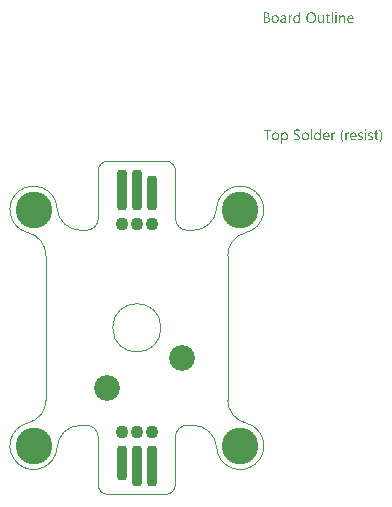
<source format=gts>
G04*
G04 #@! TF.GenerationSoftware,Altium Limited,Altium Designer,21.8.1 (53)*
G04*
G04 Layer_Color=8388736*
%FSAX25Y25*%
%MOIN*%
G70*
G04*
G04 #@! TF.SameCoordinates,905CEB84-E458-47E2-99EE-E5A9494BEB7C*
G04*
G04*
G04 #@! TF.FilePolarity,Negative*
G04*
G01*
G75*
%ADD10C,0.00394*%
G04:AMPARAMS|DCode=11|XSize=35.43mil|YSize=135.83mil|CornerRadius=13.82mil|HoleSize=0mil|Usage=FLASHONLY|Rotation=0.000|XOffset=0mil|YOffset=0mil|HoleType=Round|Shape=RoundedRectangle|*
%AMROUNDEDRECTD11*
21,1,0.03543,0.10819,0,0,0.0*
21,1,0.00780,0.13583,0,0,0.0*
1,1,0.02764,0.00390,-0.05409*
1,1,0.02764,-0.00390,-0.05409*
1,1,0.02764,-0.00390,0.05409*
1,1,0.02764,0.00390,0.05409*
%
%ADD11ROUNDEDRECTD11*%
G04:AMPARAMS|DCode=12|XSize=35.43mil|YSize=116.14mil|CornerRadius=13.82mil|HoleSize=0mil|Usage=FLASHONLY|Rotation=0.000|XOffset=0mil|YOffset=0mil|HoleType=Round|Shape=RoundedRectangle|*
%AMROUNDEDRECTD12*
21,1,0.03543,0.08850,0,0,0.0*
21,1,0.00780,0.11614,0,0,0.0*
1,1,0.02764,0.00390,-0.04425*
1,1,0.02764,-0.00390,-0.04425*
1,1,0.02764,-0.00390,0.04425*
1,1,0.02764,0.00390,0.04425*
%
%ADD12ROUNDEDRECTD12*%
%ADD13C,0.00591*%
%ADD14C,0.08591*%
%ADD15C,0.04331*%
%ADD16C,0.12205*%
G36*
X0066434Y0137775D02*
X0066458D01*
X0066514Y0137751D01*
X0066545Y0137732D01*
X0066576Y0137707D01*
X0066582Y0137701D01*
X0066588Y0137695D01*
X0066619Y0137658D01*
X0066644Y0137596D01*
X0066650Y0137559D01*
X0066656Y0137522D01*
Y0137515D01*
Y0137503D01*
X0066650Y0137484D01*
X0066644Y0137460D01*
X0066625Y0137398D01*
X0066601Y0137367D01*
X0066576Y0137336D01*
X0066570D01*
X0066563Y0137323D01*
X0066526Y0137299D01*
X0066471Y0137274D01*
X0066434Y0137268D01*
X0066396Y0137262D01*
X0066378D01*
X0066359Y0137268D01*
X0066334D01*
X0066273Y0137293D01*
X0066242Y0137305D01*
X0066211Y0137330D01*
Y0137336D01*
X0066198Y0137342D01*
X0066186Y0137361D01*
X0066173Y0137379D01*
X0066149Y0137441D01*
X0066143Y0137478D01*
X0066136Y0137522D01*
Y0137528D01*
Y0137540D01*
X0066143Y0137559D01*
X0066149Y0137590D01*
X0066167Y0137645D01*
X0066186Y0137676D01*
X0066211Y0137707D01*
X0066217Y0137713D01*
X0066223Y0137720D01*
X0066260Y0137744D01*
X0066322Y0137769D01*
X0066359Y0137782D01*
X0066415D01*
X0066434Y0137775D01*
D02*
G37*
G36*
X0054444Y0134111D02*
X0054041D01*
Y0134532D01*
X0054029D01*
Y0134526D01*
X0054016Y0134513D01*
X0053998Y0134488D01*
X0053979Y0134458D01*
X0053948Y0134420D01*
X0053911Y0134383D01*
X0053868Y0134340D01*
X0053818Y0134297D01*
X0053763Y0134247D01*
X0053694Y0134204D01*
X0053626Y0134167D01*
X0053546Y0134129D01*
X0053465Y0134098D01*
X0053373Y0134074D01*
X0053274Y0134061D01*
X0053168Y0134055D01*
X0053125D01*
X0053088Y0134061D01*
X0053051Y0134067D01*
X0053001Y0134074D01*
X0052896Y0134098D01*
X0052772Y0134136D01*
X0052648Y0134197D01*
X0052580Y0134235D01*
X0052525Y0134278D01*
X0052463Y0134334D01*
X0052407Y0134389D01*
Y0134396D01*
X0052395Y0134408D01*
X0052382Y0134426D01*
X0052364Y0134451D01*
X0052345Y0134482D01*
X0052320Y0134526D01*
X0052296Y0134575D01*
X0052271Y0134631D01*
X0052240Y0134693D01*
X0052215Y0134761D01*
X0052190Y0134835D01*
X0052172Y0134915D01*
X0052153Y0135002D01*
X0052141Y0135101D01*
X0052135Y0135200D01*
X0052128Y0135306D01*
Y0135312D01*
Y0135330D01*
Y0135367D01*
X0052135Y0135411D01*
X0052141Y0135460D01*
X0052147Y0135522D01*
X0052153Y0135590D01*
X0052166Y0135664D01*
X0052203Y0135826D01*
X0052258Y0135993D01*
X0052296Y0136073D01*
X0052339Y0136153D01*
X0052382Y0136228D01*
X0052438Y0136302D01*
X0052444Y0136308D01*
X0052450Y0136321D01*
X0052469Y0136339D01*
X0052494Y0136364D01*
X0052525Y0136389D01*
X0052568Y0136420D01*
X0052611Y0136457D01*
X0052661Y0136494D01*
X0052785Y0136562D01*
X0052927Y0136624D01*
X0053007Y0136643D01*
X0053094Y0136661D01*
X0053181Y0136673D01*
X0053280Y0136680D01*
X0053329D01*
X0053366Y0136673D01*
X0053404Y0136667D01*
X0053453Y0136661D01*
X0053565Y0136630D01*
X0053688Y0136581D01*
X0053750Y0136550D01*
X0053812Y0136506D01*
X0053874Y0136463D01*
X0053930Y0136407D01*
X0053979Y0136345D01*
X0054029Y0136271D01*
X0054041D01*
Y0137831D01*
X0054444D01*
Y0134111D01*
D02*
G37*
G36*
X0068711Y0136673D02*
X0068786Y0136667D01*
X0068879Y0136649D01*
X0068978Y0136618D01*
X0069083Y0136568D01*
X0069188Y0136500D01*
X0069231Y0136463D01*
X0069275Y0136414D01*
X0069287Y0136401D01*
X0069312Y0136364D01*
X0069343Y0136302D01*
X0069386Y0136215D01*
X0069423Y0136110D01*
X0069460Y0135980D01*
X0069485Y0135826D01*
X0069491Y0135646D01*
Y0134111D01*
X0069089D01*
Y0135541D01*
Y0135547D01*
Y0135578D01*
X0069083Y0135615D01*
Y0135664D01*
X0069070Y0135726D01*
X0069058Y0135794D01*
X0069039Y0135869D01*
X0069015Y0135943D01*
X0068984Y0136017D01*
X0068947Y0136085D01*
X0068897Y0136153D01*
X0068841Y0136215D01*
X0068779Y0136265D01*
X0068699Y0136302D01*
X0068612Y0136333D01*
X0068507Y0136339D01*
X0068495D01*
X0068458Y0136333D01*
X0068402Y0136327D01*
X0068334Y0136308D01*
X0068253Y0136284D01*
X0068167Y0136240D01*
X0068086Y0136185D01*
X0068006Y0136110D01*
X0068000Y0136098D01*
X0067975Y0136073D01*
X0067944Y0136024D01*
X0067907Y0135956D01*
X0067870Y0135875D01*
X0067839Y0135776D01*
X0067814Y0135664D01*
X0067808Y0135541D01*
Y0134111D01*
X0067405D01*
Y0136624D01*
X0067808D01*
Y0136203D01*
X0067820D01*
X0067826Y0136209D01*
X0067832Y0136222D01*
X0067851Y0136246D01*
X0067876Y0136277D01*
X0067901Y0136314D01*
X0067938Y0136352D01*
X0067981Y0136395D01*
X0068031Y0136444D01*
X0068086Y0136488D01*
X0068148Y0136531D01*
X0068216Y0136568D01*
X0068291Y0136605D01*
X0068365Y0136636D01*
X0068451Y0136661D01*
X0068544Y0136673D01*
X0068643Y0136680D01*
X0068681D01*
X0068711Y0136673D01*
D02*
G37*
G36*
X0051714Y0136661D02*
X0051788Y0136655D01*
X0051831Y0136643D01*
X0051862Y0136630D01*
Y0136215D01*
X0051856Y0136222D01*
X0051844Y0136228D01*
X0051819Y0136240D01*
X0051788Y0136259D01*
X0051745Y0136271D01*
X0051689Y0136284D01*
X0051627Y0136290D01*
X0051559Y0136296D01*
X0051547D01*
X0051516Y0136290D01*
X0051466Y0136284D01*
X0051410Y0136265D01*
X0051336Y0136234D01*
X0051268Y0136191D01*
X0051194Y0136129D01*
X0051126Y0136048D01*
X0051119Y0136036D01*
X0051101Y0136005D01*
X0051070Y0135949D01*
X0051039Y0135875D01*
X0051008Y0135782D01*
X0050977Y0135664D01*
X0050959Y0135535D01*
X0050952Y0135386D01*
Y0134111D01*
X0050550D01*
Y0136624D01*
X0050952D01*
Y0136104D01*
X0050965D01*
Y0136110D01*
X0050971Y0136116D01*
X0050983Y0136147D01*
X0051002Y0136197D01*
X0051033Y0136259D01*
X0051064Y0136321D01*
X0051113Y0136389D01*
X0051163Y0136457D01*
X0051225Y0136519D01*
X0051231Y0136525D01*
X0051256Y0136544D01*
X0051293Y0136568D01*
X0051342Y0136593D01*
X0051398Y0136618D01*
X0051466Y0136643D01*
X0051540Y0136661D01*
X0051621Y0136667D01*
X0051676D01*
X0051714Y0136661D01*
D02*
G37*
G36*
X0062453Y0134111D02*
X0062051D01*
Y0134507D01*
X0062039D01*
Y0134501D01*
X0062026Y0134488D01*
X0062014Y0134464D01*
X0061989Y0134439D01*
X0061933Y0134365D01*
X0061847Y0134284D01*
X0061797Y0134241D01*
X0061742Y0134197D01*
X0061680Y0134160D01*
X0061605Y0134123D01*
X0061531Y0134098D01*
X0061450Y0134074D01*
X0061358Y0134061D01*
X0061265Y0134055D01*
X0061228D01*
X0061184Y0134061D01*
X0061123Y0134074D01*
X0061054Y0134086D01*
X0060980Y0134111D01*
X0060900Y0134142D01*
X0060819Y0134191D01*
X0060733Y0134247D01*
X0060652Y0134315D01*
X0060578Y0134402D01*
X0060510Y0134507D01*
X0060448Y0134625D01*
X0060404Y0134767D01*
X0060380Y0134934D01*
X0060367Y0135021D01*
Y0135120D01*
Y0136624D01*
X0060764D01*
Y0135182D01*
Y0135176D01*
Y0135151D01*
X0060770Y0135107D01*
X0060776Y0135058D01*
X0060782Y0134996D01*
X0060794Y0134934D01*
X0060813Y0134860D01*
X0060838Y0134785D01*
X0060875Y0134711D01*
X0060912Y0134643D01*
X0060962Y0134575D01*
X0061023Y0134513D01*
X0061092Y0134464D01*
X0061172Y0134426D01*
X0061271Y0134396D01*
X0061376Y0134389D01*
X0061389D01*
X0061426Y0134396D01*
X0061481Y0134402D01*
X0061543Y0134414D01*
X0061624Y0134445D01*
X0061704Y0134482D01*
X0061785Y0134532D01*
X0061859Y0134606D01*
X0061865Y0134618D01*
X0061890Y0134643D01*
X0061921Y0134693D01*
X0061958Y0134761D01*
X0061989Y0134841D01*
X0062020Y0134940D01*
X0062045Y0135052D01*
X0062051Y0135176D01*
Y0136624D01*
X0062453D01*
Y0134111D01*
D02*
G37*
G36*
X0066588D02*
X0066186D01*
Y0136624D01*
X0066588D01*
Y0134111D01*
D02*
G37*
G36*
X0065369D02*
X0064966D01*
Y0137831D01*
X0065369D01*
Y0134111D01*
D02*
G37*
G36*
X0048990Y0136673D02*
X0049046Y0136667D01*
X0049114Y0136649D01*
X0049188Y0136630D01*
X0049269Y0136599D01*
X0049355Y0136562D01*
X0049436Y0136513D01*
X0049516Y0136451D01*
X0049591Y0136376D01*
X0049659Y0136284D01*
X0049714Y0136178D01*
X0049758Y0136055D01*
X0049782Y0135912D01*
X0049795Y0135745D01*
Y0134111D01*
X0049392D01*
Y0134501D01*
X0049380D01*
Y0134495D01*
X0049368Y0134482D01*
X0049355Y0134458D01*
X0049330Y0134433D01*
X0049269Y0134358D01*
X0049188Y0134278D01*
X0049077Y0134197D01*
X0048947Y0134123D01*
X0048866Y0134098D01*
X0048786Y0134074D01*
X0048699Y0134061D01*
X0048606Y0134055D01*
X0048569D01*
X0048544Y0134061D01*
X0048476Y0134067D01*
X0048396Y0134080D01*
X0048297Y0134105D01*
X0048204Y0134136D01*
X0048105Y0134185D01*
X0048018Y0134247D01*
X0048012Y0134259D01*
X0047987Y0134284D01*
X0047950Y0134327D01*
X0047913Y0134389D01*
X0047876Y0134464D01*
X0047839Y0134550D01*
X0047814Y0134656D01*
X0047808Y0134773D01*
Y0134779D01*
Y0134804D01*
X0047814Y0134841D01*
X0047820Y0134885D01*
X0047833Y0134940D01*
X0047851Y0135002D01*
X0047876Y0135070D01*
X0047913Y0135138D01*
X0047956Y0135213D01*
X0048012Y0135287D01*
X0048080Y0135355D01*
X0048161Y0135417D01*
X0048254Y0135479D01*
X0048365Y0135528D01*
X0048489Y0135565D01*
X0048637Y0135596D01*
X0049392Y0135702D01*
Y0135708D01*
Y0135726D01*
X0049386Y0135764D01*
Y0135801D01*
X0049374Y0135850D01*
X0049368Y0135906D01*
X0049330Y0136024D01*
X0049300Y0136079D01*
X0049269Y0136135D01*
X0049225Y0136191D01*
X0049176Y0136240D01*
X0049114Y0136284D01*
X0049046Y0136314D01*
X0048965Y0136333D01*
X0048873Y0136339D01*
X0048829D01*
X0048798Y0136333D01*
X0048755D01*
X0048711Y0136321D01*
X0048600Y0136302D01*
X0048476Y0136265D01*
X0048340Y0136209D01*
X0048266Y0136172D01*
X0048198Y0136135D01*
X0048123Y0136085D01*
X0048055Y0136030D01*
Y0136444D01*
X0048062D01*
X0048074Y0136457D01*
X0048092Y0136469D01*
X0048123Y0136482D01*
X0048154Y0136500D01*
X0048198Y0136519D01*
X0048247Y0136537D01*
X0048303Y0136562D01*
X0048427Y0136605D01*
X0048575Y0136643D01*
X0048736Y0136667D01*
X0048910Y0136680D01*
X0048947D01*
X0048990Y0136673D01*
D02*
G37*
G36*
X0043301Y0137621D02*
X0043345D01*
X0043388Y0137614D01*
X0043487Y0137602D01*
X0043605Y0137571D01*
X0043729Y0137534D01*
X0043846Y0137478D01*
X0043951Y0137404D01*
X0043958D01*
X0043964Y0137391D01*
X0043995Y0137367D01*
X0044038Y0137317D01*
X0044088Y0137249D01*
X0044131Y0137162D01*
X0044174Y0137064D01*
X0044205Y0136952D01*
X0044218Y0136890D01*
Y0136822D01*
Y0136816D01*
Y0136810D01*
Y0136773D01*
X0044211Y0136717D01*
X0044199Y0136649D01*
X0044180Y0136562D01*
X0044150Y0136475D01*
X0044112Y0136389D01*
X0044057Y0136302D01*
X0044050Y0136290D01*
X0044026Y0136265D01*
X0043988Y0136228D01*
X0043939Y0136178D01*
X0043877Y0136129D01*
X0043803Y0136073D01*
X0043710Y0136030D01*
X0043611Y0135986D01*
Y0135980D01*
X0043630D01*
X0043648Y0135974D01*
X0043667Y0135968D01*
X0043735Y0135956D01*
X0043815Y0135931D01*
X0043902Y0135894D01*
X0043995Y0135850D01*
X0044088Y0135788D01*
X0044174Y0135708D01*
X0044187Y0135696D01*
X0044211Y0135664D01*
X0044242Y0135621D01*
X0044286Y0135553D01*
X0044323Y0135467D01*
X0044360Y0135367D01*
X0044385Y0135250D01*
X0044391Y0135120D01*
Y0135114D01*
Y0135101D01*
Y0135076D01*
X0044385Y0135046D01*
X0044379Y0135008D01*
X0044372Y0134965D01*
X0044348Y0134860D01*
X0044310Y0134742D01*
X0044255Y0134618D01*
X0044218Y0134563D01*
X0044174Y0134501D01*
X0044118Y0134445D01*
X0044063Y0134389D01*
X0044057D01*
X0044050Y0134377D01*
X0044032Y0134365D01*
X0044007Y0134346D01*
X0043976Y0134327D01*
X0043933Y0134303D01*
X0043840Y0134253D01*
X0043722Y0134197D01*
X0043586Y0134154D01*
X0043425Y0134123D01*
X0043345Y0134117D01*
X0043252Y0134111D01*
X0042224D01*
Y0137627D01*
X0043270D01*
X0043301Y0137621D01*
D02*
G37*
G36*
X0063797Y0136624D02*
X0064434D01*
Y0136277D01*
X0063797D01*
Y0134860D01*
Y0134847D01*
Y0134817D01*
X0063803Y0134773D01*
X0063809Y0134718D01*
X0063834Y0134600D01*
X0063852Y0134544D01*
X0063883Y0134501D01*
X0063889Y0134495D01*
X0063902Y0134482D01*
X0063920Y0134470D01*
X0063951Y0134451D01*
X0063988Y0134426D01*
X0064038Y0134414D01*
X0064100Y0134402D01*
X0064168Y0134396D01*
X0064193D01*
X0064224Y0134402D01*
X0064261Y0134408D01*
X0064347Y0134433D01*
X0064391Y0134451D01*
X0064434Y0134476D01*
Y0134129D01*
X0064428D01*
X0064409Y0134117D01*
X0064378Y0134111D01*
X0064335Y0134098D01*
X0064279Y0134086D01*
X0064218Y0134074D01*
X0064143Y0134067D01*
X0064056Y0134061D01*
X0064026D01*
X0063995Y0134067D01*
X0063951Y0134074D01*
X0063902Y0134086D01*
X0063846Y0134098D01*
X0063790Y0134123D01*
X0063728Y0134154D01*
X0063667Y0134191D01*
X0063605Y0134241D01*
X0063549Y0134297D01*
X0063499Y0134371D01*
X0063456Y0134451D01*
X0063425Y0134550D01*
X0063400Y0134662D01*
X0063394Y0134792D01*
Y0136277D01*
X0062967D01*
Y0136624D01*
X0063394D01*
Y0137237D01*
X0063797Y0137367D01*
Y0136624D01*
D02*
G37*
G36*
X0071324Y0136673D02*
X0071367Y0136667D01*
X0071410Y0136661D01*
X0071522Y0136643D01*
X0071645Y0136599D01*
X0071769Y0136544D01*
X0071831Y0136506D01*
X0071893Y0136463D01*
X0071949Y0136414D01*
X0072004Y0136358D01*
X0072011Y0136352D01*
X0072017Y0136345D01*
X0072029Y0136327D01*
X0072048Y0136302D01*
X0072066Y0136265D01*
X0072091Y0136228D01*
X0072116Y0136185D01*
X0072141Y0136129D01*
X0072165Y0136067D01*
X0072190Y0136005D01*
X0072215Y0135931D01*
X0072233Y0135850D01*
X0072252Y0135764D01*
X0072264Y0135677D01*
X0072277Y0135578D01*
Y0135473D01*
Y0135262D01*
X0070500D01*
Y0135256D01*
Y0135244D01*
Y0135225D01*
X0070507Y0135194D01*
X0070513Y0135157D01*
Y0135120D01*
X0070531Y0135021D01*
X0070562Y0134922D01*
X0070599Y0134810D01*
X0070655Y0134705D01*
X0070723Y0134612D01*
X0070736Y0134600D01*
X0070760Y0134575D01*
X0070810Y0134544D01*
X0070878Y0134501D01*
X0070965Y0134458D01*
X0071064Y0134426D01*
X0071181Y0134402D01*
X0071317Y0134389D01*
X0071361D01*
X0071392Y0134396D01*
X0071429D01*
X0071472Y0134402D01*
X0071577Y0134426D01*
X0071695Y0134458D01*
X0071825Y0134507D01*
X0071961Y0134575D01*
X0072029Y0134618D01*
X0072097Y0134668D01*
Y0134290D01*
X0072091D01*
X0072085Y0134278D01*
X0072066Y0134272D01*
X0072035Y0134253D01*
X0072004Y0134235D01*
X0071967Y0134216D01*
X0071918Y0134197D01*
X0071868Y0134173D01*
X0071806Y0134148D01*
X0071738Y0134129D01*
X0071590Y0134092D01*
X0071416Y0134067D01*
X0071224Y0134055D01*
X0071175D01*
X0071138Y0134061D01*
X0071095Y0134067D01*
X0071039Y0134074D01*
X0070921Y0134098D01*
X0070785Y0134136D01*
X0070649Y0134197D01*
X0070581Y0134241D01*
X0070513Y0134284D01*
X0070451Y0134334D01*
X0070389Y0134396D01*
X0070383Y0134402D01*
X0070376Y0134414D01*
X0070364Y0134433D01*
X0070339Y0134458D01*
X0070321Y0134495D01*
X0070296Y0134538D01*
X0070265Y0134588D01*
X0070240Y0134643D01*
X0070209Y0134705D01*
X0070185Y0134779D01*
X0070154Y0134860D01*
X0070135Y0134947D01*
X0070117Y0135039D01*
X0070098Y0135138D01*
X0070092Y0135244D01*
X0070086Y0135355D01*
Y0135361D01*
Y0135380D01*
Y0135411D01*
X0070092Y0135454D01*
X0070098Y0135504D01*
X0070104Y0135559D01*
X0070110Y0135627D01*
X0070129Y0135696D01*
X0070166Y0135844D01*
X0070222Y0136005D01*
X0070259Y0136085D01*
X0070308Y0136160D01*
X0070358Y0136240D01*
X0070414Y0136308D01*
X0070420Y0136314D01*
X0070432Y0136327D01*
X0070451Y0136345D01*
X0070476Y0136364D01*
X0070507Y0136395D01*
X0070544Y0136426D01*
X0070593Y0136457D01*
X0070643Y0136494D01*
X0070760Y0136562D01*
X0070903Y0136624D01*
X0070983Y0136643D01*
X0071064Y0136661D01*
X0071150Y0136673D01*
X0071243Y0136680D01*
X0071293D01*
X0071324Y0136673D01*
D02*
G37*
G36*
X0058281Y0137682D02*
X0058343Y0137676D01*
X0058417Y0137664D01*
X0058498Y0137645D01*
X0058585Y0137627D01*
X0058671Y0137602D01*
X0058770Y0137571D01*
X0058863Y0137528D01*
X0058962Y0137478D01*
X0059061Y0137423D01*
X0059154Y0137354D01*
X0059247Y0137280D01*
X0059334Y0137194D01*
X0059340Y0137187D01*
X0059352Y0137169D01*
X0059377Y0137144D01*
X0059402Y0137107D01*
X0059439Y0137057D01*
X0059476Y0136995D01*
X0059513Y0136927D01*
X0059556Y0136853D01*
X0059600Y0136760D01*
X0059637Y0136667D01*
X0059674Y0136562D01*
X0059711Y0136444D01*
X0059736Y0136327D01*
X0059761Y0136197D01*
X0059773Y0136055D01*
X0059779Y0135912D01*
Y0135900D01*
Y0135875D01*
Y0135832D01*
X0059773Y0135770D01*
X0059767Y0135696D01*
X0059755Y0135615D01*
X0059742Y0135522D01*
X0059724Y0135417D01*
X0059699Y0135312D01*
X0059668Y0135200D01*
X0059631Y0135089D01*
X0059587Y0134977D01*
X0059532Y0134860D01*
X0059470Y0134755D01*
X0059402Y0134649D01*
X0059321Y0134550D01*
X0059315Y0134544D01*
X0059303Y0134532D01*
X0059272Y0134507D01*
X0059241Y0134476D01*
X0059191Y0134433D01*
X0059136Y0134396D01*
X0059074Y0134346D01*
X0058999Y0134303D01*
X0058919Y0134259D01*
X0058826Y0134210D01*
X0058727Y0134173D01*
X0058615Y0134136D01*
X0058498Y0134098D01*
X0058374Y0134074D01*
X0058244Y0134061D01*
X0058102Y0134055D01*
X0058071D01*
X0058027Y0134061D01*
X0057978D01*
X0057916Y0134067D01*
X0057842Y0134080D01*
X0057761Y0134098D01*
X0057668Y0134117D01*
X0057576Y0134142D01*
X0057477Y0134173D01*
X0057377Y0134216D01*
X0057279Y0134259D01*
X0057179Y0134315D01*
X0057080Y0134383D01*
X0056988Y0134458D01*
X0056901Y0134544D01*
X0056895Y0134550D01*
X0056882Y0134569D01*
X0056858Y0134594D01*
X0056833Y0134631D01*
X0056796Y0134680D01*
X0056758Y0134742D01*
X0056721Y0134810D01*
X0056678Y0134891D01*
X0056635Y0134977D01*
X0056598Y0135070D01*
X0056560Y0135176D01*
X0056523Y0135293D01*
X0056498Y0135411D01*
X0056474Y0135541D01*
X0056461Y0135683D01*
X0056455Y0135826D01*
Y0135838D01*
Y0135863D01*
X0056461Y0135906D01*
Y0135968D01*
X0056468Y0136036D01*
X0056480Y0136123D01*
X0056492Y0136215D01*
X0056511Y0136314D01*
X0056536Y0136420D01*
X0056567Y0136531D01*
X0056604Y0136643D01*
X0056647Y0136754D01*
X0056703Y0136865D01*
X0056765Y0136977D01*
X0056833Y0137082D01*
X0056913Y0137181D01*
X0056919Y0137187D01*
X0056932Y0137206D01*
X0056963Y0137231D01*
X0057000Y0137262D01*
X0057043Y0137299D01*
X0057099Y0137342D01*
X0057167Y0137385D01*
X0057241Y0137435D01*
X0057328Y0137484D01*
X0057421Y0137528D01*
X0057520Y0137571D01*
X0057631Y0137608D01*
X0057755Y0137639D01*
X0057885Y0137670D01*
X0058021Y0137682D01*
X0058164Y0137689D01*
X0058232D01*
X0058281Y0137682D01*
D02*
G37*
G36*
X0046254Y0136673D02*
X0046297Y0136667D01*
X0046353Y0136661D01*
X0046477Y0136636D01*
X0046619Y0136593D01*
X0046762Y0136531D01*
X0046836Y0136494D01*
X0046904Y0136451D01*
X0046972Y0136395D01*
X0047034Y0136333D01*
X0047040Y0136327D01*
X0047046Y0136314D01*
X0047065Y0136296D01*
X0047084Y0136271D01*
X0047108Y0136234D01*
X0047133Y0136191D01*
X0047164Y0136141D01*
X0047195Y0136085D01*
X0047220Y0136017D01*
X0047251Y0135949D01*
X0047275Y0135869D01*
X0047300Y0135782D01*
X0047319Y0135689D01*
X0047337Y0135590D01*
X0047344Y0135485D01*
X0047350Y0135374D01*
Y0135367D01*
Y0135349D01*
Y0135318D01*
X0047344Y0135275D01*
X0047337Y0135225D01*
X0047331Y0135163D01*
X0047319Y0135101D01*
X0047306Y0135027D01*
X0047269Y0134878D01*
X0047207Y0134718D01*
X0047170Y0134637D01*
X0047121Y0134556D01*
X0047071Y0134482D01*
X0047009Y0134414D01*
X0047003Y0134408D01*
X0046991Y0134402D01*
X0046972Y0134383D01*
X0046947Y0134358D01*
X0046910Y0134334D01*
X0046873Y0134303D01*
X0046824Y0134266D01*
X0046768Y0134235D01*
X0046706Y0134204D01*
X0046638Y0134167D01*
X0046564Y0134136D01*
X0046483Y0134111D01*
X0046396Y0134086D01*
X0046304Y0134074D01*
X0046205Y0134061D01*
X0046099Y0134055D01*
X0046044D01*
X0046007Y0134061D01*
X0045963Y0134067D01*
X0045908Y0134074D01*
X0045845Y0134086D01*
X0045777Y0134098D01*
X0045635Y0134142D01*
X0045487Y0134204D01*
X0045412Y0134241D01*
X0045344Y0134290D01*
X0045276Y0134340D01*
X0045208Y0134402D01*
X0045202Y0134408D01*
X0045196Y0134420D01*
X0045177Y0134439D01*
X0045158Y0134464D01*
X0045134Y0134501D01*
X0045103Y0134544D01*
X0045072Y0134594D01*
X0045047Y0134649D01*
X0045016Y0134718D01*
X0044985Y0134785D01*
X0044954Y0134860D01*
X0044929Y0134947D01*
X0044892Y0135132D01*
X0044886Y0135231D01*
X0044880Y0135336D01*
Y0135343D01*
Y0135367D01*
Y0135398D01*
X0044886Y0135442D01*
X0044892Y0135491D01*
X0044899Y0135553D01*
X0044911Y0135621D01*
X0044923Y0135696D01*
X0044960Y0135856D01*
X0045022Y0136017D01*
X0045066Y0136098D01*
X0045109Y0136178D01*
X0045158Y0136253D01*
X0045220Y0136321D01*
X0045226Y0136327D01*
X0045239Y0136339D01*
X0045257Y0136352D01*
X0045282Y0136376D01*
X0045319Y0136401D01*
X0045363Y0136432D01*
X0045412Y0136469D01*
X0045468Y0136500D01*
X0045530Y0136531D01*
X0045604Y0136568D01*
X0045678Y0136599D01*
X0045765Y0136624D01*
X0045852Y0136649D01*
X0045951Y0136667D01*
X0046056Y0136673D01*
X0046161Y0136680D01*
X0046217D01*
X0046254Y0136673D01*
D02*
G37*
G36*
X0076251Y0098713D02*
X0076276D01*
X0076331Y0098689D01*
X0076362Y0098670D01*
X0076393Y0098645D01*
X0076399Y0098639D01*
X0076406Y0098633D01*
X0076437Y0098596D01*
X0076461Y0098534D01*
X0076468Y0098497D01*
X0076474Y0098460D01*
Y0098453D01*
Y0098441D01*
X0076468Y0098422D01*
X0076461Y0098398D01*
X0076443Y0098336D01*
X0076418Y0098305D01*
X0076393Y0098274D01*
X0076387D01*
X0076381Y0098262D01*
X0076344Y0098237D01*
X0076288Y0098212D01*
X0076251Y0098206D01*
X0076214Y0098200D01*
X0076195D01*
X0076177Y0098206D01*
X0076152D01*
X0076090Y0098231D01*
X0076059Y0098243D01*
X0076028Y0098268D01*
Y0098274D01*
X0076016Y0098280D01*
X0076003Y0098299D01*
X0075991Y0098317D01*
X0075966Y0098379D01*
X0075960Y0098416D01*
X0075954Y0098460D01*
Y0098466D01*
Y0098478D01*
X0075960Y0098497D01*
X0075966Y0098528D01*
X0075985Y0098584D01*
X0076003Y0098614D01*
X0076028Y0098645D01*
X0076034Y0098652D01*
X0076040Y0098658D01*
X0076078Y0098682D01*
X0076139Y0098707D01*
X0076177Y0098720D01*
X0076232D01*
X0076251Y0098713D01*
D02*
G37*
G36*
X0053682Y0098621D02*
X0053732D01*
X0053843Y0098608D01*
X0053967Y0098596D01*
X0054091Y0098571D01*
X0054208Y0098540D01*
X0054258Y0098522D01*
X0054307Y0098497D01*
Y0098033D01*
X0054301D01*
X0054295Y0098045D01*
X0054276Y0098051D01*
X0054252Y0098070D01*
X0054221Y0098082D01*
X0054184Y0098101D01*
X0054091Y0098144D01*
X0053979Y0098181D01*
X0053843Y0098218D01*
X0053682Y0098243D01*
X0053509Y0098249D01*
X0053459D01*
X0053422Y0098243D01*
X0053385D01*
X0053335Y0098237D01*
X0053236Y0098218D01*
X0053230D01*
X0053212Y0098212D01*
X0053187Y0098206D01*
X0053156Y0098200D01*
X0053082Y0098169D01*
X0052995Y0098132D01*
X0052989D01*
X0052976Y0098119D01*
X0052958Y0098107D01*
X0052933Y0098088D01*
X0052877Y0098033D01*
X0052822Y0097965D01*
Y0097958D01*
X0052809Y0097946D01*
X0052803Y0097927D01*
X0052791Y0097896D01*
X0052778Y0097859D01*
X0052772Y0097822D01*
X0052760Y0097723D01*
Y0097717D01*
Y0097698D01*
Y0097674D01*
X0052766Y0097643D01*
X0052778Y0097568D01*
X0052809Y0097488D01*
Y0097482D01*
X0052822Y0097469D01*
X0052828Y0097451D01*
X0052846Y0097426D01*
X0052896Y0097370D01*
X0052958Y0097308D01*
X0052964Y0097302D01*
X0052976Y0097296D01*
X0052995Y0097277D01*
X0053026Y0097259D01*
X0053063Y0097234D01*
X0053100Y0097209D01*
X0053199Y0097147D01*
X0053206Y0097141D01*
X0053224Y0097135D01*
X0053255Y0097116D01*
X0053292Y0097098D01*
X0053342Y0097073D01*
X0053397Y0097048D01*
X0053521Y0096987D01*
X0053527Y0096980D01*
X0053552Y0096968D01*
X0053589Y0096949D01*
X0053639Y0096925D01*
X0053694Y0096900D01*
X0053756Y0096863D01*
X0053880Y0096788D01*
X0053886Y0096782D01*
X0053911Y0096770D01*
X0053942Y0096751D01*
X0053985Y0096720D01*
X0054078Y0096646D01*
X0054177Y0096559D01*
X0054184Y0096553D01*
X0054202Y0096541D01*
X0054221Y0096510D01*
X0054252Y0096479D01*
X0054282Y0096436D01*
X0054320Y0096392D01*
X0054382Y0096281D01*
X0054388Y0096275D01*
X0054394Y0096256D01*
X0054406Y0096225D01*
X0054419Y0096182D01*
X0054431Y0096132D01*
X0054444Y0096070D01*
X0054456Y0096008D01*
Y0095934D01*
Y0095922D01*
Y0095891D01*
X0054450Y0095841D01*
X0054444Y0095779D01*
X0054431Y0095711D01*
X0054413Y0095637D01*
X0054388Y0095563D01*
X0054351Y0095495D01*
X0054344Y0095489D01*
X0054332Y0095464D01*
X0054307Y0095433D01*
X0054282Y0095389D01*
X0054239Y0095346D01*
X0054196Y0095297D01*
X0054140Y0095247D01*
X0054078Y0095198D01*
X0054072Y0095191D01*
X0054047Y0095179D01*
X0054010Y0095160D01*
X0053961Y0095136D01*
X0053905Y0095111D01*
X0053837Y0095086D01*
X0053756Y0095061D01*
X0053676Y0095043D01*
X0053663D01*
X0053639Y0095037D01*
X0053595Y0095030D01*
X0053534Y0095018D01*
X0053465Y0095012D01*
X0053385Y0094999D01*
X0053298Y0094993D01*
X0053150D01*
X0053082Y0094999D01*
X0052995Y0095006D01*
X0052976D01*
X0052952Y0095012D01*
X0052921Y0095018D01*
X0052840Y0095024D01*
X0052747Y0095043D01*
X0052741D01*
X0052723Y0095049D01*
X0052698Y0095055D01*
X0052667Y0095061D01*
X0052593Y0095080D01*
X0052506Y0095105D01*
X0052500D01*
X0052487Y0095111D01*
X0052469Y0095117D01*
X0052444Y0095130D01*
X0052382Y0095154D01*
X0052320Y0095191D01*
Y0095674D01*
X0052327Y0095668D01*
X0052339Y0095662D01*
X0052351Y0095649D01*
X0052376Y0095631D01*
X0052444Y0095587D01*
X0052525Y0095538D01*
X0052531D01*
X0052543Y0095532D01*
X0052568Y0095519D01*
X0052599Y0095507D01*
X0052679Y0095470D01*
X0052766Y0095439D01*
X0052772D01*
X0052791Y0095433D01*
X0052816Y0095427D01*
X0052846Y0095420D01*
X0052933Y0095396D01*
X0053026Y0095377D01*
X0053051D01*
X0053075Y0095371D01*
X0053106D01*
X0053181Y0095365D01*
X0053267Y0095359D01*
X0053329D01*
X0053397Y0095365D01*
X0053484Y0095377D01*
X0053577Y0095389D01*
X0053670Y0095414D01*
X0053756Y0095451D01*
X0053837Y0095495D01*
X0053843Y0095501D01*
X0053868Y0095519D01*
X0053899Y0095557D01*
X0053930Y0095600D01*
X0053967Y0095656D01*
X0053992Y0095730D01*
X0054016Y0095810D01*
X0054023Y0095903D01*
Y0095909D01*
Y0095928D01*
Y0095953D01*
X0054016Y0095990D01*
X0053998Y0096070D01*
X0053961Y0096151D01*
Y0096157D01*
X0053948Y0096169D01*
X0053936Y0096188D01*
X0053917Y0096213D01*
X0053862Y0096275D01*
X0053787Y0096343D01*
X0053781Y0096349D01*
X0053769Y0096361D01*
X0053744Y0096374D01*
X0053713Y0096398D01*
X0053676Y0096423D01*
X0053633Y0096454D01*
X0053527Y0096510D01*
X0053521Y0096516D01*
X0053503Y0096522D01*
X0053472Y0096541D01*
X0053428Y0096559D01*
X0053385Y0096590D01*
X0053329Y0096615D01*
X0053199Y0096683D01*
X0053193Y0096689D01*
X0053168Y0096702D01*
X0053131Y0096720D01*
X0053088Y0096739D01*
X0053038Y0096770D01*
X0052983Y0096801D01*
X0052859Y0096869D01*
X0052853Y0096875D01*
X0052834Y0096887D01*
X0052803Y0096906D01*
X0052766Y0096931D01*
X0052673Y0096999D01*
X0052580Y0097079D01*
X0052574Y0097085D01*
X0052562Y0097098D01*
X0052537Y0097123D01*
X0052512Y0097154D01*
X0052481Y0097197D01*
X0052450Y0097240D01*
X0052395Y0097339D01*
Y0097346D01*
X0052382Y0097364D01*
X0052376Y0097395D01*
X0052364Y0097438D01*
X0052351Y0097488D01*
X0052339Y0097550D01*
X0052333Y0097612D01*
X0052327Y0097686D01*
Y0097698D01*
Y0097729D01*
X0052333Y0097773D01*
X0052339Y0097828D01*
X0052351Y0097896D01*
X0052370Y0097965D01*
X0052395Y0098033D01*
X0052432Y0098101D01*
X0052438Y0098107D01*
X0052450Y0098132D01*
X0052475Y0098163D01*
X0052506Y0098206D01*
X0052543Y0098249D01*
X0052593Y0098299D01*
X0052648Y0098348D01*
X0052710Y0098392D01*
X0052716Y0098398D01*
X0052741Y0098410D01*
X0052778Y0098435D01*
X0052822Y0098460D01*
X0052884Y0098484D01*
X0052946Y0098515D01*
X0053020Y0098540D01*
X0053100Y0098565D01*
X0053113D01*
X0053137Y0098577D01*
X0053181Y0098584D01*
X0053243Y0098596D01*
X0053311Y0098608D01*
X0053385Y0098614D01*
X0053552Y0098627D01*
X0053639D01*
X0053682Y0098621D01*
D02*
G37*
G36*
X0061413Y0095049D02*
X0061011D01*
Y0095470D01*
X0060999D01*
Y0095464D01*
X0060986Y0095451D01*
X0060968Y0095427D01*
X0060949Y0095396D01*
X0060918Y0095359D01*
X0060881Y0095321D01*
X0060838Y0095278D01*
X0060788Y0095235D01*
X0060733Y0095185D01*
X0060664Y0095142D01*
X0060596Y0095105D01*
X0060516Y0095068D01*
X0060435Y0095037D01*
X0060343Y0095012D01*
X0060243Y0094999D01*
X0060138Y0094993D01*
X0060095D01*
X0060058Y0094999D01*
X0060021Y0095006D01*
X0059971Y0095012D01*
X0059866Y0095037D01*
X0059742Y0095074D01*
X0059618Y0095136D01*
X0059550Y0095173D01*
X0059495Y0095216D01*
X0059433Y0095272D01*
X0059377Y0095328D01*
Y0095334D01*
X0059364Y0095346D01*
X0059352Y0095365D01*
X0059334Y0095389D01*
X0059315Y0095420D01*
X0059290Y0095464D01*
X0059266Y0095513D01*
X0059241Y0095569D01*
X0059210Y0095631D01*
X0059185Y0095699D01*
X0059160Y0095773D01*
X0059142Y0095854D01*
X0059123Y0095940D01*
X0059111Y0096039D01*
X0059105Y0096138D01*
X0059098Y0096244D01*
Y0096250D01*
Y0096268D01*
Y0096306D01*
X0059105Y0096349D01*
X0059111Y0096398D01*
X0059117Y0096460D01*
X0059123Y0096528D01*
X0059136Y0096603D01*
X0059173Y0096764D01*
X0059228Y0096931D01*
X0059266Y0097011D01*
X0059309Y0097092D01*
X0059352Y0097166D01*
X0059408Y0097240D01*
X0059414Y0097246D01*
X0059420Y0097259D01*
X0059439Y0097277D01*
X0059464Y0097302D01*
X0059495Y0097327D01*
X0059538Y0097358D01*
X0059581Y0097395D01*
X0059631Y0097432D01*
X0059755Y0097500D01*
X0059897Y0097562D01*
X0059977Y0097581D01*
X0060064Y0097599D01*
X0060151Y0097612D01*
X0060250Y0097618D01*
X0060299D01*
X0060336Y0097612D01*
X0060374Y0097606D01*
X0060423Y0097599D01*
X0060534Y0097568D01*
X0060658Y0097519D01*
X0060720Y0097488D01*
X0060782Y0097444D01*
X0060844Y0097401D01*
X0060900Y0097346D01*
X0060949Y0097284D01*
X0060999Y0097209D01*
X0061011D01*
Y0098769D01*
X0061413D01*
Y0095049D01*
D02*
G37*
G36*
X0049467Y0097612D02*
X0049510Y0097606D01*
X0049553Y0097599D01*
X0049665Y0097575D01*
X0049789Y0097537D01*
X0049912Y0097475D01*
X0049974Y0097438D01*
X0050036Y0097389D01*
X0050092Y0097339D01*
X0050148Y0097277D01*
X0050154Y0097271D01*
X0050160Y0097265D01*
X0050172Y0097240D01*
X0050191Y0097215D01*
X0050209Y0097184D01*
X0050234Y0097141D01*
X0050259Y0097092D01*
X0050284Y0097042D01*
X0050309Y0096980D01*
X0050333Y0096912D01*
X0050358Y0096838D01*
X0050377Y0096757D01*
X0050408Y0096578D01*
X0050420Y0096479D01*
Y0096374D01*
Y0096368D01*
Y0096349D01*
Y0096312D01*
X0050414Y0096268D01*
Y0096219D01*
X0050401Y0096157D01*
X0050395Y0096089D01*
X0050383Y0096015D01*
X0050346Y0095854D01*
X0050290Y0095687D01*
X0050253Y0095606D01*
X0050216Y0095526D01*
X0050166Y0095445D01*
X0050111Y0095371D01*
X0050104Y0095365D01*
X0050098Y0095352D01*
X0050080Y0095334D01*
X0050055Y0095315D01*
X0050024Y0095284D01*
X0049987Y0095253D01*
X0049943Y0095216D01*
X0049894Y0095185D01*
X0049838Y0095148D01*
X0049776Y0095111D01*
X0049628Y0095055D01*
X0049547Y0095030D01*
X0049467Y0095012D01*
X0049374Y0094999D01*
X0049275Y0094993D01*
X0049225D01*
X0049194Y0094999D01*
X0049151Y0095006D01*
X0049108Y0095018D01*
X0048996Y0095043D01*
X0048879Y0095092D01*
X0048811Y0095130D01*
X0048749Y0095167D01*
X0048687Y0095216D01*
X0048631Y0095272D01*
X0048569Y0095334D01*
X0048520Y0095408D01*
X0048507D01*
Y0093898D01*
X0048105D01*
Y0097562D01*
X0048507D01*
Y0097116D01*
X0048520D01*
X0048526Y0097123D01*
X0048532Y0097141D01*
X0048551Y0097166D01*
X0048575Y0097197D01*
X0048606Y0097234D01*
X0048643Y0097277D01*
X0048687Y0097321D01*
X0048742Y0097370D01*
X0048798Y0097414D01*
X0048860Y0097457D01*
X0048934Y0097500D01*
X0049009Y0097537D01*
X0049095Y0097575D01*
X0049188Y0097599D01*
X0049281Y0097612D01*
X0049386Y0097618D01*
X0049436D01*
X0049467Y0097612D01*
D02*
G37*
G36*
X0078157D02*
X0078238Y0097606D01*
X0078325Y0097593D01*
X0078424Y0097568D01*
X0078523Y0097544D01*
X0078622Y0097506D01*
Y0097098D01*
X0078609Y0097104D01*
X0078572Y0097129D01*
X0078516Y0097154D01*
X0078442Y0097191D01*
X0078349Y0097222D01*
X0078238Y0097253D01*
X0078114Y0097271D01*
X0077984Y0097277D01*
X0077916D01*
X0077854Y0097265D01*
X0077780Y0097253D01*
X0077774D01*
X0077767Y0097246D01*
X0077730Y0097234D01*
X0077681Y0097209D01*
X0077625Y0097178D01*
X0077613Y0097172D01*
X0077588Y0097147D01*
X0077557Y0097110D01*
X0077526Y0097067D01*
X0077520Y0097054D01*
X0077507Y0097024D01*
X0077495Y0096980D01*
X0077489Y0096925D01*
Y0096918D01*
Y0096906D01*
Y0096887D01*
X0077495Y0096869D01*
X0077507Y0096813D01*
X0077526Y0096757D01*
X0077532Y0096745D01*
X0077551Y0096720D01*
X0077588Y0096683D01*
X0077631Y0096640D01*
X0077637D01*
X0077644Y0096634D01*
X0077681Y0096609D01*
X0077730Y0096578D01*
X0077798Y0096547D01*
X0077804D01*
X0077817Y0096541D01*
X0077836Y0096535D01*
X0077866Y0096522D01*
X0077934Y0096497D01*
X0078021Y0096460D01*
X0078027D01*
X0078052Y0096448D01*
X0078083Y0096436D01*
X0078120Y0096423D01*
X0078219Y0096380D01*
X0078318Y0096330D01*
X0078325D01*
X0078343Y0096318D01*
X0078368Y0096306D01*
X0078399Y0096287D01*
X0078473Y0096237D01*
X0078547Y0096176D01*
X0078553Y0096169D01*
X0078566Y0096163D01*
X0078578Y0096145D01*
X0078603Y0096120D01*
X0078646Y0096058D01*
X0078690Y0095977D01*
Y0095971D01*
X0078696Y0095959D01*
X0078708Y0095934D01*
X0078714Y0095903D01*
X0078727Y0095866D01*
X0078733Y0095823D01*
X0078739Y0095718D01*
Y0095711D01*
Y0095687D01*
X0078733Y0095649D01*
X0078727Y0095606D01*
X0078721Y0095557D01*
X0078702Y0095501D01*
X0078684Y0095451D01*
X0078653Y0095396D01*
X0078646Y0095389D01*
X0078640Y0095371D01*
X0078622Y0095346D01*
X0078597Y0095315D01*
X0078566Y0095278D01*
X0078529Y0095241D01*
X0078436Y0095167D01*
X0078430Y0095160D01*
X0078411Y0095154D01*
X0078386Y0095136D01*
X0078343Y0095117D01*
X0078300Y0095092D01*
X0078244Y0095074D01*
X0078188Y0095055D01*
X0078120Y0095037D01*
X0078114D01*
X0078089Y0095030D01*
X0078052Y0095024D01*
X0078009Y0095018D01*
X0077947Y0095006D01*
X0077885Y0094999D01*
X0077743Y0094993D01*
X0077681D01*
X0077606Y0094999D01*
X0077514Y0095012D01*
X0077408Y0095030D01*
X0077297Y0095055D01*
X0077185Y0095086D01*
X0077074Y0095136D01*
Y0095569D01*
X0077080D01*
X0077087Y0095557D01*
X0077105Y0095544D01*
X0077130Y0095532D01*
X0077198Y0095495D01*
X0077291Y0095451D01*
X0077396Y0095402D01*
X0077520Y0095365D01*
X0077656Y0095340D01*
X0077798Y0095328D01*
X0077848D01*
X0077879Y0095334D01*
X0077965Y0095346D01*
X0078065Y0095371D01*
X0078157Y0095414D01*
X0078201Y0095445D01*
X0078244Y0095476D01*
X0078275Y0095519D01*
X0078300Y0095563D01*
X0078318Y0095618D01*
X0078325Y0095680D01*
Y0095687D01*
Y0095699D01*
Y0095718D01*
X0078318Y0095736D01*
X0078306Y0095792D01*
X0078281Y0095847D01*
Y0095854D01*
X0078275Y0095860D01*
X0078250Y0095891D01*
X0078213Y0095934D01*
X0078157Y0095971D01*
X0078151D01*
X0078145Y0095984D01*
X0078108Y0096002D01*
X0078052Y0096039D01*
X0077978Y0096070D01*
X0077972D01*
X0077959Y0096077D01*
X0077941Y0096089D01*
X0077910Y0096101D01*
X0077842Y0096126D01*
X0077755Y0096163D01*
X0077749D01*
X0077724Y0096176D01*
X0077693Y0096188D01*
X0077656Y0096200D01*
X0077557Y0096244D01*
X0077458Y0096293D01*
X0077452Y0096299D01*
X0077439Y0096306D01*
X0077415Y0096318D01*
X0077384Y0096337D01*
X0077315Y0096386D01*
X0077247Y0096442D01*
X0077241Y0096448D01*
X0077235Y0096454D01*
X0077217Y0096473D01*
X0077198Y0096497D01*
X0077155Y0096559D01*
X0077117Y0096634D01*
Y0096640D01*
X0077111Y0096652D01*
X0077105Y0096677D01*
X0077099Y0096708D01*
X0077093Y0096745D01*
X0077087Y0096788D01*
X0077080Y0096894D01*
Y0096900D01*
Y0096925D01*
X0077087Y0096956D01*
X0077093Y0096999D01*
X0077099Y0097048D01*
X0077117Y0097098D01*
X0077136Y0097154D01*
X0077161Y0097203D01*
X0077167Y0097209D01*
X0077173Y0097228D01*
X0077192Y0097253D01*
X0077217Y0097284D01*
X0077285Y0097358D01*
X0077371Y0097432D01*
X0077377Y0097438D01*
X0077396Y0097444D01*
X0077421Y0097463D01*
X0077464Y0097482D01*
X0077507Y0097506D01*
X0077557Y0097531D01*
X0077681Y0097568D01*
X0077687D01*
X0077712Y0097575D01*
X0077743Y0097587D01*
X0077792Y0097593D01*
X0077842Y0097606D01*
X0077904Y0097612D01*
X0078040Y0097618D01*
X0078096D01*
X0078157Y0097612D01*
D02*
G37*
G36*
X0074802D02*
X0074883Y0097606D01*
X0074970Y0097593D01*
X0075068Y0097568D01*
X0075168Y0097544D01*
X0075267Y0097506D01*
Y0097098D01*
X0075254Y0097104D01*
X0075217Y0097129D01*
X0075161Y0097154D01*
X0075087Y0097191D01*
X0074994Y0097222D01*
X0074883Y0097253D01*
X0074759Y0097271D01*
X0074629Y0097277D01*
X0074561D01*
X0074499Y0097265D01*
X0074425Y0097253D01*
X0074419D01*
X0074412Y0097246D01*
X0074375Y0097234D01*
X0074326Y0097209D01*
X0074270Y0097178D01*
X0074258Y0097172D01*
X0074233Y0097147D01*
X0074202Y0097110D01*
X0074171Y0097067D01*
X0074165Y0097054D01*
X0074152Y0097024D01*
X0074140Y0096980D01*
X0074134Y0096925D01*
Y0096918D01*
Y0096906D01*
Y0096887D01*
X0074140Y0096869D01*
X0074152Y0096813D01*
X0074171Y0096757D01*
X0074177Y0096745D01*
X0074196Y0096720D01*
X0074233Y0096683D01*
X0074276Y0096640D01*
X0074282D01*
X0074289Y0096634D01*
X0074326Y0096609D01*
X0074375Y0096578D01*
X0074443Y0096547D01*
X0074449D01*
X0074462Y0096541D01*
X0074480Y0096535D01*
X0074511Y0096522D01*
X0074580Y0096497D01*
X0074666Y0096460D01*
X0074672D01*
X0074697Y0096448D01*
X0074728Y0096436D01*
X0074765Y0096423D01*
X0074864Y0096380D01*
X0074963Y0096330D01*
X0074970D01*
X0074988Y0096318D01*
X0075013Y0096306D01*
X0075044Y0096287D01*
X0075118Y0096237D01*
X0075192Y0096176D01*
X0075199Y0096169D01*
X0075211Y0096163D01*
X0075223Y0096145D01*
X0075248Y0096120D01*
X0075291Y0096058D01*
X0075335Y0095977D01*
Y0095971D01*
X0075341Y0095959D01*
X0075353Y0095934D01*
X0075359Y0095903D01*
X0075372Y0095866D01*
X0075378Y0095823D01*
X0075384Y0095718D01*
Y0095711D01*
Y0095687D01*
X0075378Y0095649D01*
X0075372Y0095606D01*
X0075366Y0095557D01*
X0075347Y0095501D01*
X0075328Y0095451D01*
X0075298Y0095396D01*
X0075291Y0095389D01*
X0075285Y0095371D01*
X0075267Y0095346D01*
X0075242Y0095315D01*
X0075211Y0095278D01*
X0075174Y0095241D01*
X0075081Y0095167D01*
X0075075Y0095160D01*
X0075056Y0095154D01*
X0075031Y0095136D01*
X0074988Y0095117D01*
X0074945Y0095092D01*
X0074889Y0095074D01*
X0074833Y0095055D01*
X0074765Y0095037D01*
X0074759D01*
X0074734Y0095030D01*
X0074697Y0095024D01*
X0074654Y0095018D01*
X0074592Y0095006D01*
X0074530Y0094999D01*
X0074388Y0094993D01*
X0074326D01*
X0074252Y0094999D01*
X0074159Y0095012D01*
X0074053Y0095030D01*
X0073942Y0095055D01*
X0073830Y0095086D01*
X0073719Y0095136D01*
Y0095569D01*
X0073725D01*
X0073731Y0095557D01*
X0073750Y0095544D01*
X0073775Y0095532D01*
X0073843Y0095495D01*
X0073936Y0095451D01*
X0074041Y0095402D01*
X0074165Y0095365D01*
X0074301Y0095340D01*
X0074443Y0095328D01*
X0074493D01*
X0074524Y0095334D01*
X0074611Y0095346D01*
X0074709Y0095371D01*
X0074802Y0095414D01*
X0074846Y0095445D01*
X0074889Y0095476D01*
X0074920Y0095519D01*
X0074945Y0095563D01*
X0074963Y0095618D01*
X0074970Y0095680D01*
Y0095687D01*
Y0095699D01*
Y0095718D01*
X0074963Y0095736D01*
X0074951Y0095792D01*
X0074926Y0095847D01*
Y0095854D01*
X0074920Y0095860D01*
X0074895Y0095891D01*
X0074858Y0095934D01*
X0074802Y0095971D01*
X0074796D01*
X0074790Y0095984D01*
X0074753Y0096002D01*
X0074697Y0096039D01*
X0074623Y0096070D01*
X0074617D01*
X0074604Y0096077D01*
X0074586Y0096089D01*
X0074555Y0096101D01*
X0074487Y0096126D01*
X0074400Y0096163D01*
X0074394D01*
X0074369Y0096176D01*
X0074338Y0096188D01*
X0074301Y0096200D01*
X0074202Y0096244D01*
X0074103Y0096293D01*
X0074097Y0096299D01*
X0074084Y0096306D01*
X0074060Y0096318D01*
X0074029Y0096337D01*
X0073961Y0096386D01*
X0073892Y0096442D01*
X0073886Y0096448D01*
X0073880Y0096454D01*
X0073861Y0096473D01*
X0073843Y0096497D01*
X0073800Y0096559D01*
X0073763Y0096634D01*
Y0096640D01*
X0073756Y0096652D01*
X0073750Y0096677D01*
X0073744Y0096708D01*
X0073738Y0096745D01*
X0073731Y0096788D01*
X0073725Y0096894D01*
Y0096900D01*
Y0096925D01*
X0073731Y0096956D01*
X0073738Y0096999D01*
X0073744Y0097048D01*
X0073763Y0097098D01*
X0073781Y0097154D01*
X0073806Y0097203D01*
X0073812Y0097209D01*
X0073818Y0097228D01*
X0073837Y0097253D01*
X0073861Y0097284D01*
X0073930Y0097358D01*
X0074016Y0097432D01*
X0074022Y0097438D01*
X0074041Y0097444D01*
X0074066Y0097463D01*
X0074109Y0097482D01*
X0074152Y0097506D01*
X0074202Y0097531D01*
X0074326Y0097568D01*
X0074332D01*
X0074357Y0097575D01*
X0074388Y0097587D01*
X0074437Y0097593D01*
X0074487Y0097606D01*
X0074549Y0097612D01*
X0074685Y0097618D01*
X0074740D01*
X0074802Y0097612D01*
D02*
G37*
G36*
X0070655Y0097599D02*
X0070729Y0097593D01*
X0070773Y0097581D01*
X0070804Y0097568D01*
Y0097154D01*
X0070797Y0097160D01*
X0070785Y0097166D01*
X0070760Y0097178D01*
X0070729Y0097197D01*
X0070686Y0097209D01*
X0070630Y0097222D01*
X0070568Y0097228D01*
X0070500Y0097234D01*
X0070488D01*
X0070457Y0097228D01*
X0070407Y0097222D01*
X0070352Y0097203D01*
X0070278Y0097172D01*
X0070209Y0097129D01*
X0070135Y0097067D01*
X0070067Y0096987D01*
X0070061Y0096974D01*
X0070042Y0096943D01*
X0070011Y0096887D01*
X0069980Y0096813D01*
X0069949Y0096720D01*
X0069919Y0096603D01*
X0069900Y0096473D01*
X0069894Y0096324D01*
Y0095049D01*
X0069491D01*
Y0097562D01*
X0069894D01*
Y0097042D01*
X0069906D01*
Y0097048D01*
X0069912Y0097054D01*
X0069925Y0097085D01*
X0069943Y0097135D01*
X0069974Y0097197D01*
X0070005Y0097259D01*
X0070055Y0097327D01*
X0070104Y0097395D01*
X0070166Y0097457D01*
X0070172Y0097463D01*
X0070197Y0097482D01*
X0070234Y0097506D01*
X0070284Y0097531D01*
X0070339Y0097556D01*
X0070407Y0097581D01*
X0070482Y0097599D01*
X0070562Y0097606D01*
X0070618D01*
X0070655Y0097599D01*
D02*
G37*
G36*
X0066019D02*
X0066093Y0097593D01*
X0066136Y0097581D01*
X0066167Y0097568D01*
Y0097154D01*
X0066161Y0097160D01*
X0066149Y0097166D01*
X0066124Y0097178D01*
X0066093Y0097197D01*
X0066050Y0097209D01*
X0065994Y0097222D01*
X0065932Y0097228D01*
X0065864Y0097234D01*
X0065852D01*
X0065821Y0097228D01*
X0065771Y0097222D01*
X0065715Y0097203D01*
X0065641Y0097172D01*
X0065573Y0097129D01*
X0065499Y0097067D01*
X0065431Y0096987D01*
X0065425Y0096974D01*
X0065406Y0096943D01*
X0065375Y0096887D01*
X0065344Y0096813D01*
X0065313Y0096720D01*
X0065282Y0096603D01*
X0065264Y0096473D01*
X0065257Y0096324D01*
Y0095049D01*
X0064855D01*
Y0097562D01*
X0065257D01*
Y0097042D01*
X0065270D01*
Y0097048D01*
X0065276Y0097054D01*
X0065288Y0097085D01*
X0065307Y0097135D01*
X0065338Y0097197D01*
X0065369Y0097259D01*
X0065418Y0097327D01*
X0065468Y0097395D01*
X0065530Y0097457D01*
X0065536Y0097463D01*
X0065561Y0097482D01*
X0065598Y0097506D01*
X0065647Y0097531D01*
X0065703Y0097556D01*
X0065771Y0097581D01*
X0065845Y0097599D01*
X0065926Y0097606D01*
X0065982D01*
X0066019Y0097599D01*
D02*
G37*
G36*
X0076406Y0095049D02*
X0076003D01*
Y0097562D01*
X0076406D01*
Y0095049D01*
D02*
G37*
G36*
X0058448D02*
X0058046D01*
Y0098769D01*
X0058448D01*
Y0095049D01*
D02*
G37*
G36*
X0044663Y0098194D02*
X0043648D01*
Y0095049D01*
X0043240D01*
Y0098194D01*
X0042224D01*
Y0098565D01*
X0044663D01*
Y0098194D01*
D02*
G37*
G36*
X0079891Y0097562D02*
X0080528D01*
Y0097215D01*
X0079891D01*
Y0095798D01*
Y0095786D01*
Y0095755D01*
X0079897Y0095711D01*
X0079903Y0095656D01*
X0079928Y0095538D01*
X0079946Y0095482D01*
X0079977Y0095439D01*
X0079983Y0095433D01*
X0079996Y0095420D01*
X0080014Y0095408D01*
X0080045Y0095389D01*
X0080082Y0095365D01*
X0080132Y0095352D01*
X0080194Y0095340D01*
X0080262Y0095334D01*
X0080287D01*
X0080318Y0095340D01*
X0080355Y0095346D01*
X0080441Y0095371D01*
X0080485Y0095389D01*
X0080528Y0095414D01*
Y0095068D01*
X0080522D01*
X0080503Y0095055D01*
X0080472Y0095049D01*
X0080429Y0095037D01*
X0080373Y0095024D01*
X0080312Y0095012D01*
X0080237Y0095006D01*
X0080151Y0094999D01*
X0080120D01*
X0080089Y0095006D01*
X0080045Y0095012D01*
X0079996Y0095024D01*
X0079940Y0095037D01*
X0079884Y0095061D01*
X0079822Y0095092D01*
X0079761Y0095130D01*
X0079699Y0095179D01*
X0079643Y0095235D01*
X0079593Y0095309D01*
X0079550Y0095389D01*
X0079519Y0095489D01*
X0079494Y0095600D01*
X0079488Y0095730D01*
Y0097215D01*
X0079061D01*
Y0097562D01*
X0079488D01*
Y0098175D01*
X0079891Y0098305D01*
Y0097562D01*
D02*
G37*
G36*
X0072308Y0097612D02*
X0072351Y0097606D01*
X0072395Y0097599D01*
X0072506Y0097581D01*
X0072630Y0097537D01*
X0072754Y0097482D01*
X0072815Y0097444D01*
X0072877Y0097401D01*
X0072933Y0097352D01*
X0072989Y0097296D01*
X0072995Y0097290D01*
X0073001Y0097284D01*
X0073014Y0097265D01*
X0073032Y0097240D01*
X0073051Y0097203D01*
X0073075Y0097166D01*
X0073100Y0097123D01*
X0073125Y0097067D01*
X0073150Y0097005D01*
X0073174Y0096943D01*
X0073199Y0096869D01*
X0073218Y0096788D01*
X0073236Y0096702D01*
X0073249Y0096615D01*
X0073261Y0096516D01*
Y0096411D01*
Y0096200D01*
X0071485D01*
Y0096194D01*
Y0096182D01*
Y0096163D01*
X0071491Y0096132D01*
X0071497Y0096095D01*
Y0096058D01*
X0071516Y0095959D01*
X0071546Y0095860D01*
X0071584Y0095749D01*
X0071639Y0095643D01*
X0071707Y0095550D01*
X0071720Y0095538D01*
X0071745Y0095513D01*
X0071794Y0095482D01*
X0071862Y0095439D01*
X0071949Y0095396D01*
X0072048Y0095365D01*
X0072165Y0095340D01*
X0072302Y0095328D01*
X0072345D01*
X0072376Y0095334D01*
X0072413D01*
X0072456Y0095340D01*
X0072562Y0095365D01*
X0072679Y0095396D01*
X0072809Y0095445D01*
X0072945Y0095513D01*
X0073014Y0095557D01*
X0073082Y0095606D01*
Y0095228D01*
X0073075D01*
X0073069Y0095216D01*
X0073051Y0095210D01*
X0073020Y0095191D01*
X0072989Y0095173D01*
X0072952Y0095154D01*
X0072902Y0095136D01*
X0072852Y0095111D01*
X0072791Y0095086D01*
X0072723Y0095068D01*
X0072574Y0095030D01*
X0072401Y0095006D01*
X0072209Y0094993D01*
X0072159D01*
X0072122Y0094999D01*
X0072079Y0095006D01*
X0072023Y0095012D01*
X0071905Y0095037D01*
X0071769Y0095074D01*
X0071633Y0095136D01*
X0071565Y0095179D01*
X0071497Y0095222D01*
X0071435Y0095272D01*
X0071373Y0095334D01*
X0071367Y0095340D01*
X0071361Y0095352D01*
X0071348Y0095371D01*
X0071324Y0095396D01*
X0071305Y0095433D01*
X0071280Y0095476D01*
X0071249Y0095526D01*
X0071224Y0095581D01*
X0071194Y0095643D01*
X0071169Y0095718D01*
X0071138Y0095798D01*
X0071119Y0095885D01*
X0071101Y0095977D01*
X0071082Y0096077D01*
X0071076Y0096182D01*
X0071070Y0096293D01*
Y0096299D01*
Y0096318D01*
Y0096349D01*
X0071076Y0096392D01*
X0071082Y0096442D01*
X0071088Y0096497D01*
X0071095Y0096566D01*
X0071113Y0096634D01*
X0071150Y0096782D01*
X0071206Y0096943D01*
X0071243Y0097024D01*
X0071293Y0097098D01*
X0071342Y0097178D01*
X0071398Y0097246D01*
X0071404Y0097253D01*
X0071416Y0097265D01*
X0071435Y0097284D01*
X0071460Y0097302D01*
X0071491Y0097333D01*
X0071528Y0097364D01*
X0071577Y0097395D01*
X0071627Y0097432D01*
X0071745Y0097500D01*
X0071887Y0097562D01*
X0071967Y0097581D01*
X0072048Y0097599D01*
X0072135Y0097612D01*
X0072227Y0097618D01*
X0072277D01*
X0072308Y0097612D01*
D02*
G37*
G36*
X0063295D02*
X0063339Y0097606D01*
X0063382Y0097599D01*
X0063493Y0097581D01*
X0063617Y0097537D01*
X0063741Y0097482D01*
X0063803Y0097444D01*
X0063865Y0097401D01*
X0063920Y0097352D01*
X0063976Y0097296D01*
X0063982Y0097290D01*
X0063988Y0097284D01*
X0064001Y0097265D01*
X0064019Y0097240D01*
X0064038Y0097203D01*
X0064063Y0097166D01*
X0064087Y0097123D01*
X0064112Y0097067D01*
X0064137Y0097005D01*
X0064162Y0096943D01*
X0064187Y0096869D01*
X0064205Y0096788D01*
X0064224Y0096702D01*
X0064236Y0096615D01*
X0064248Y0096516D01*
Y0096411D01*
Y0096200D01*
X0062472D01*
Y0096194D01*
Y0096182D01*
Y0096163D01*
X0062478Y0096132D01*
X0062484Y0096095D01*
Y0096058D01*
X0062503Y0095959D01*
X0062534Y0095860D01*
X0062571Y0095749D01*
X0062627Y0095643D01*
X0062695Y0095550D01*
X0062707Y0095538D01*
X0062732Y0095513D01*
X0062781Y0095482D01*
X0062849Y0095439D01*
X0062936Y0095396D01*
X0063035Y0095365D01*
X0063153Y0095340D01*
X0063289Y0095328D01*
X0063332D01*
X0063363Y0095334D01*
X0063400D01*
X0063444Y0095340D01*
X0063549Y0095365D01*
X0063667Y0095396D01*
X0063797Y0095445D01*
X0063933Y0095513D01*
X0064001Y0095557D01*
X0064069Y0095606D01*
Y0095228D01*
X0064063D01*
X0064056Y0095216D01*
X0064038Y0095210D01*
X0064007Y0095191D01*
X0063976Y0095173D01*
X0063939Y0095154D01*
X0063889Y0095136D01*
X0063840Y0095111D01*
X0063778Y0095086D01*
X0063710Y0095068D01*
X0063561Y0095030D01*
X0063388Y0095006D01*
X0063196Y0094993D01*
X0063147D01*
X0063109Y0094999D01*
X0063066Y0095006D01*
X0063010Y0095012D01*
X0062893Y0095037D01*
X0062757Y0095074D01*
X0062621Y0095136D01*
X0062552Y0095179D01*
X0062484Y0095222D01*
X0062422Y0095272D01*
X0062361Y0095334D01*
X0062354Y0095340D01*
X0062348Y0095352D01*
X0062336Y0095371D01*
X0062311Y0095396D01*
X0062292Y0095433D01*
X0062268Y0095476D01*
X0062237Y0095526D01*
X0062212Y0095581D01*
X0062181Y0095643D01*
X0062156Y0095718D01*
X0062125Y0095798D01*
X0062107Y0095885D01*
X0062088Y0095977D01*
X0062069Y0096077D01*
X0062063Y0096182D01*
X0062057Y0096293D01*
Y0096299D01*
Y0096318D01*
Y0096349D01*
X0062063Y0096392D01*
X0062069Y0096442D01*
X0062076Y0096497D01*
X0062082Y0096566D01*
X0062100Y0096634D01*
X0062138Y0096782D01*
X0062193Y0096943D01*
X0062230Y0097024D01*
X0062280Y0097098D01*
X0062330Y0097178D01*
X0062385Y0097246D01*
X0062391Y0097253D01*
X0062404Y0097265D01*
X0062422Y0097284D01*
X0062447Y0097302D01*
X0062478Y0097333D01*
X0062515Y0097364D01*
X0062565Y0097395D01*
X0062614Y0097432D01*
X0062732Y0097500D01*
X0062874Y0097562D01*
X0062955Y0097581D01*
X0063035Y0097599D01*
X0063122Y0097612D01*
X0063215Y0097618D01*
X0063264D01*
X0063295Y0097612D01*
D02*
G37*
G36*
X0056307D02*
X0056350Y0097606D01*
X0056406Y0097599D01*
X0056529Y0097575D01*
X0056672Y0097531D01*
X0056814Y0097469D01*
X0056889Y0097432D01*
X0056957Y0097389D01*
X0057025Y0097333D01*
X0057087Y0097271D01*
X0057093Y0097265D01*
X0057099Y0097253D01*
X0057117Y0097234D01*
X0057136Y0097209D01*
X0057161Y0097172D01*
X0057186Y0097129D01*
X0057217Y0097079D01*
X0057248Y0097024D01*
X0057272Y0096956D01*
X0057303Y0096887D01*
X0057328Y0096807D01*
X0057353Y0096720D01*
X0057371Y0096627D01*
X0057390Y0096528D01*
X0057396Y0096423D01*
X0057402Y0096312D01*
Y0096306D01*
Y0096287D01*
Y0096256D01*
X0057396Y0096213D01*
X0057390Y0096163D01*
X0057384Y0096101D01*
X0057371Y0096039D01*
X0057359Y0095965D01*
X0057322Y0095816D01*
X0057260Y0095656D01*
X0057223Y0095575D01*
X0057173Y0095495D01*
X0057124Y0095420D01*
X0057062Y0095352D01*
X0057056Y0095346D01*
X0057043Y0095340D01*
X0057025Y0095321D01*
X0057000Y0095297D01*
X0056963Y0095272D01*
X0056926Y0095241D01*
X0056876Y0095204D01*
X0056820Y0095173D01*
X0056758Y0095142D01*
X0056690Y0095105D01*
X0056616Y0095074D01*
X0056536Y0095049D01*
X0056449Y0095024D01*
X0056356Y0095012D01*
X0056257Y0094999D01*
X0056152Y0094993D01*
X0056096D01*
X0056059Y0094999D01*
X0056016Y0095006D01*
X0055960Y0095012D01*
X0055898Y0095024D01*
X0055830Y0095037D01*
X0055688Y0095080D01*
X0055539Y0095142D01*
X0055465Y0095179D01*
X0055397Y0095228D01*
X0055329Y0095278D01*
X0055260Y0095340D01*
X0055254Y0095346D01*
X0055248Y0095359D01*
X0055230Y0095377D01*
X0055211Y0095402D01*
X0055186Y0095439D01*
X0055155Y0095482D01*
X0055124Y0095532D01*
X0055100Y0095587D01*
X0055069Y0095656D01*
X0055038Y0095724D01*
X0055007Y0095798D01*
X0054982Y0095885D01*
X0054945Y0096070D01*
X0054939Y0096169D01*
X0054932Y0096275D01*
Y0096281D01*
Y0096306D01*
Y0096337D01*
X0054939Y0096380D01*
X0054945Y0096429D01*
X0054951Y0096491D01*
X0054963Y0096559D01*
X0054976Y0096634D01*
X0055013Y0096795D01*
X0055075Y0096956D01*
X0055118Y0097036D01*
X0055161Y0097116D01*
X0055211Y0097191D01*
X0055273Y0097259D01*
X0055279Y0097265D01*
X0055291Y0097277D01*
X0055310Y0097290D01*
X0055335Y0097315D01*
X0055372Y0097339D01*
X0055415Y0097370D01*
X0055465Y0097407D01*
X0055520Y0097438D01*
X0055582Y0097469D01*
X0055657Y0097506D01*
X0055731Y0097537D01*
X0055818Y0097562D01*
X0055904Y0097587D01*
X0056003Y0097606D01*
X0056109Y0097612D01*
X0056214Y0097618D01*
X0056270D01*
X0056307Y0097612D01*
D02*
G37*
G36*
X0046365D02*
X0046409Y0097606D01*
X0046465Y0097599D01*
X0046588Y0097575D01*
X0046731Y0097531D01*
X0046873Y0097469D01*
X0046947Y0097432D01*
X0047016Y0097389D01*
X0047084Y0097333D01*
X0047145Y0097271D01*
X0047152Y0097265D01*
X0047158Y0097253D01*
X0047176Y0097234D01*
X0047195Y0097209D01*
X0047220Y0097172D01*
X0047245Y0097129D01*
X0047275Y0097079D01*
X0047306Y0097024D01*
X0047331Y0096956D01*
X0047362Y0096887D01*
X0047387Y0096807D01*
X0047412Y0096720D01*
X0047430Y0096627D01*
X0047449Y0096528D01*
X0047455Y0096423D01*
X0047461Y0096312D01*
Y0096306D01*
Y0096287D01*
Y0096256D01*
X0047455Y0096213D01*
X0047449Y0096163D01*
X0047443Y0096101D01*
X0047430Y0096039D01*
X0047418Y0095965D01*
X0047381Y0095816D01*
X0047319Y0095656D01*
X0047282Y0095575D01*
X0047232Y0095495D01*
X0047183Y0095420D01*
X0047121Y0095352D01*
X0047115Y0095346D01*
X0047102Y0095340D01*
X0047084Y0095321D01*
X0047059Y0095297D01*
X0047022Y0095272D01*
X0046984Y0095241D01*
X0046935Y0095204D01*
X0046879Y0095173D01*
X0046817Y0095142D01*
X0046749Y0095105D01*
X0046675Y0095074D01*
X0046595Y0095049D01*
X0046508Y0095024D01*
X0046415Y0095012D01*
X0046316Y0094999D01*
X0046211Y0094993D01*
X0046155D01*
X0046118Y0094999D01*
X0046075Y0095006D01*
X0046019Y0095012D01*
X0045957Y0095024D01*
X0045889Y0095037D01*
X0045746Y0095080D01*
X0045598Y0095142D01*
X0045524Y0095179D01*
X0045456Y0095228D01*
X0045388Y0095278D01*
X0045319Y0095340D01*
X0045313Y0095346D01*
X0045307Y0095359D01*
X0045289Y0095377D01*
X0045270Y0095402D01*
X0045245Y0095439D01*
X0045214Y0095482D01*
X0045183Y0095532D01*
X0045158Y0095587D01*
X0045127Y0095656D01*
X0045097Y0095724D01*
X0045066Y0095798D01*
X0045041Y0095885D01*
X0045004Y0096070D01*
X0044998Y0096169D01*
X0044991Y0096275D01*
Y0096281D01*
Y0096306D01*
Y0096337D01*
X0044998Y0096380D01*
X0045004Y0096429D01*
X0045010Y0096491D01*
X0045022Y0096559D01*
X0045035Y0096634D01*
X0045072Y0096795D01*
X0045134Y0096956D01*
X0045177Y0097036D01*
X0045220Y0097116D01*
X0045270Y0097191D01*
X0045332Y0097259D01*
X0045338Y0097265D01*
X0045350Y0097277D01*
X0045369Y0097290D01*
X0045394Y0097315D01*
X0045431Y0097339D01*
X0045474Y0097370D01*
X0045524Y0097407D01*
X0045579Y0097438D01*
X0045641Y0097469D01*
X0045716Y0097506D01*
X0045790Y0097537D01*
X0045877Y0097562D01*
X0045963Y0097587D01*
X0046062Y0097606D01*
X0046167Y0097612D01*
X0046273Y0097618D01*
X0046328D01*
X0046365Y0097612D01*
D02*
G37*
G36*
X0081079Y0098553D02*
X0081104Y0098522D01*
X0081141Y0098472D01*
X0081190Y0098404D01*
X0081252Y0098317D01*
X0081314Y0098212D01*
X0081382Y0098094D01*
X0081457Y0097958D01*
X0081531Y0097803D01*
X0081599Y0097636D01*
X0081661Y0097457D01*
X0081723Y0097265D01*
X0081772Y0097061D01*
X0081810Y0096850D01*
X0081834Y0096621D01*
X0081840Y0096386D01*
Y0096380D01*
Y0096374D01*
Y0096355D01*
Y0096330D01*
Y0096299D01*
X0081834Y0096262D01*
X0081828Y0096176D01*
X0081816Y0096064D01*
X0081797Y0095940D01*
X0081779Y0095798D01*
X0081748Y0095643D01*
X0081704Y0095476D01*
X0081655Y0095309D01*
X0081593Y0095130D01*
X0081519Y0094950D01*
X0081432Y0094770D01*
X0081327Y0094591D01*
X0081209Y0094418D01*
X0081073Y0094251D01*
X0080714D01*
X0080720Y0094263D01*
X0080745Y0094294D01*
X0080782Y0094343D01*
X0080831Y0094411D01*
X0080893Y0094498D01*
X0080955Y0094603D01*
X0081023Y0094727D01*
X0081098Y0094863D01*
X0081172Y0095012D01*
X0081240Y0095179D01*
X0081302Y0095352D01*
X0081364Y0095538D01*
X0081413Y0095742D01*
X0081450Y0095947D01*
X0081475Y0096169D01*
X0081481Y0096392D01*
Y0096398D01*
Y0096405D01*
Y0096423D01*
Y0096448D01*
X0081475Y0096510D01*
X0081469Y0096603D01*
X0081457Y0096708D01*
X0081438Y0096832D01*
X0081419Y0096974D01*
X0081382Y0097129D01*
X0081345Y0097296D01*
X0081296Y0097469D01*
X0081228Y0097649D01*
X0081153Y0097828D01*
X0081067Y0098020D01*
X0080961Y0098206D01*
X0080844Y0098385D01*
X0080708Y0098565D01*
X0081073D01*
X0081079Y0098553D01*
D02*
G37*
G36*
X0069033D02*
X0069008Y0098522D01*
X0068965Y0098472D01*
X0068922Y0098398D01*
X0068860Y0098311D01*
X0068792Y0098206D01*
X0068724Y0098082D01*
X0068656Y0097946D01*
X0068581Y0097791D01*
X0068513Y0097624D01*
X0068445Y0097444D01*
X0068389Y0097253D01*
X0068340Y0097054D01*
X0068297Y0096844D01*
X0068272Y0096621D01*
X0068266Y0096392D01*
Y0096386D01*
Y0096380D01*
Y0096361D01*
Y0096337D01*
X0068272Y0096275D01*
X0068278Y0096188D01*
X0068291Y0096083D01*
X0068309Y0095959D01*
X0068328Y0095816D01*
X0068365Y0095668D01*
X0068402Y0095501D01*
X0068451Y0095334D01*
X0068513Y0095154D01*
X0068588Y0094975D01*
X0068681Y0094789D01*
X0068779Y0094603D01*
X0068897Y0094424D01*
X0069033Y0094251D01*
X0068674D01*
X0068668Y0094263D01*
X0068643Y0094288D01*
X0068606Y0094337D01*
X0068557Y0094405D01*
X0068501Y0094492D01*
X0068433Y0094591D01*
X0068365Y0094709D01*
X0068297Y0094845D01*
X0068222Y0094993D01*
X0068154Y0095154D01*
X0068092Y0095328D01*
X0068031Y0095519D01*
X0067981Y0095718D01*
X0067944Y0095928D01*
X0067919Y0096151D01*
X0067913Y0096386D01*
Y0096392D01*
Y0096398D01*
Y0096417D01*
Y0096442D01*
X0067919Y0096473D01*
Y0096510D01*
X0067925Y0096603D01*
X0067938Y0096708D01*
X0067956Y0096838D01*
X0067975Y0096980D01*
X0068006Y0097141D01*
X0068049Y0097308D01*
X0068099Y0097482D01*
X0068160Y0097661D01*
X0068235Y0097847D01*
X0068321Y0098033D01*
X0068420Y0098212D01*
X0068538Y0098392D01*
X0068674Y0098565D01*
X0069039D01*
X0069033Y0098553D01*
D02*
G37*
%LPC*%
G36*
X0053329Y0136339D02*
X0053292D01*
X0053267Y0136333D01*
X0053199Y0136327D01*
X0053119Y0136308D01*
X0053026Y0136271D01*
X0052927Y0136222D01*
X0052834Y0136160D01*
X0052791Y0136116D01*
X0052747Y0136067D01*
X0052741Y0136055D01*
X0052716Y0136017D01*
X0052679Y0135956D01*
X0052642Y0135875D01*
X0052605Y0135770D01*
X0052568Y0135640D01*
X0052543Y0135491D01*
X0052537Y0135324D01*
Y0135318D01*
Y0135306D01*
Y0135281D01*
X0052543Y0135250D01*
Y0135219D01*
X0052549Y0135176D01*
X0052562Y0135076D01*
X0052587Y0134965D01*
X0052624Y0134854D01*
X0052673Y0134742D01*
X0052741Y0134637D01*
X0052754Y0134625D01*
X0052778Y0134600D01*
X0052822Y0134556D01*
X0052884Y0134513D01*
X0052964Y0134470D01*
X0053057Y0134426D01*
X0053162Y0134402D01*
X0053286Y0134389D01*
X0053317D01*
X0053342Y0134396D01*
X0053404Y0134402D01*
X0053478Y0134420D01*
X0053565Y0134451D01*
X0053657Y0134488D01*
X0053744Y0134550D01*
X0053831Y0134631D01*
X0053837Y0134643D01*
X0053862Y0134674D01*
X0053899Y0134730D01*
X0053936Y0134798D01*
X0053973Y0134885D01*
X0054010Y0134990D01*
X0054035Y0135114D01*
X0054041Y0135244D01*
Y0135615D01*
Y0135621D01*
Y0135627D01*
Y0135664D01*
X0054029Y0135720D01*
X0054016Y0135794D01*
X0053992Y0135875D01*
X0053954Y0135962D01*
X0053905Y0136048D01*
X0053837Y0136129D01*
X0053831Y0136135D01*
X0053800Y0136160D01*
X0053756Y0136197D01*
X0053701Y0136234D01*
X0053626Y0136271D01*
X0053540Y0136308D01*
X0053441Y0136333D01*
X0053329Y0136339D01*
D02*
G37*
G36*
X0049392Y0135380D02*
X0048786Y0135293D01*
X0048773D01*
X0048742Y0135287D01*
X0048693Y0135275D01*
X0048631Y0135262D01*
X0048563Y0135244D01*
X0048489Y0135219D01*
X0048427Y0135194D01*
X0048365Y0135157D01*
X0048359Y0135151D01*
X0048340Y0135138D01*
X0048322Y0135114D01*
X0048297Y0135076D01*
X0048266Y0135027D01*
X0048247Y0134965D01*
X0048229Y0134891D01*
X0048223Y0134804D01*
Y0134798D01*
Y0134773D01*
X0048229Y0134742D01*
X0048241Y0134699D01*
X0048254Y0134649D01*
X0048278Y0134600D01*
X0048309Y0134550D01*
X0048353Y0134501D01*
X0048359Y0134495D01*
X0048377Y0134482D01*
X0048408Y0134464D01*
X0048445Y0134445D01*
X0048495Y0134426D01*
X0048557Y0134408D01*
X0048625Y0134396D01*
X0048705Y0134389D01*
X0048718D01*
X0048755Y0134396D01*
X0048811Y0134402D01*
X0048879Y0134414D01*
X0048953Y0134439D01*
X0049040Y0134476D01*
X0049120Y0134532D01*
X0049194Y0134600D01*
X0049200Y0134612D01*
X0049225Y0134637D01*
X0049256Y0134680D01*
X0049293Y0134742D01*
X0049330Y0134823D01*
X0049362Y0134909D01*
X0049386Y0135015D01*
X0049392Y0135126D01*
Y0135380D01*
D02*
G37*
G36*
X0043110Y0137255D02*
X0042639D01*
Y0136116D01*
X0043116D01*
X0043178Y0136123D01*
X0043252Y0136135D01*
X0043339Y0136153D01*
X0043431Y0136185D01*
X0043512Y0136222D01*
X0043592Y0136277D01*
X0043599Y0136284D01*
X0043623Y0136308D01*
X0043654Y0136345D01*
X0043691Y0136401D01*
X0043722Y0136463D01*
X0043753Y0136544D01*
X0043778Y0136636D01*
X0043784Y0136742D01*
Y0136748D01*
Y0136766D01*
X0043778Y0136791D01*
X0043772Y0136822D01*
X0043747Y0136902D01*
X0043729Y0136952D01*
X0043698Y0137002D01*
X0043667Y0137045D01*
X0043617Y0137094D01*
X0043568Y0137138D01*
X0043499Y0137175D01*
X0043425Y0137206D01*
X0043332Y0137231D01*
X0043227Y0137249D01*
X0043110Y0137255D01*
D02*
G37*
G36*
Y0135745D02*
X0042639D01*
Y0134482D01*
X0043258D01*
X0043320Y0134488D01*
X0043407Y0134501D01*
X0043493Y0134526D01*
X0043586Y0134550D01*
X0043679Y0134594D01*
X0043760Y0134649D01*
X0043766Y0134656D01*
X0043791Y0134680D01*
X0043821Y0134718D01*
X0043859Y0134773D01*
X0043896Y0134841D01*
X0043927Y0134922D01*
X0043951Y0135021D01*
X0043958Y0135126D01*
Y0135132D01*
Y0135151D01*
X0043951Y0135182D01*
X0043945Y0135225D01*
X0043933Y0135268D01*
X0043914Y0135324D01*
X0043889Y0135380D01*
X0043852Y0135435D01*
X0043809Y0135491D01*
X0043753Y0135547D01*
X0043685Y0135603D01*
X0043599Y0135646D01*
X0043506Y0135689D01*
X0043388Y0135720D01*
X0043258Y0135739D01*
X0043110Y0135745D01*
D02*
G37*
G36*
X0071237Y0136339D02*
X0071187D01*
X0071138Y0136327D01*
X0071070Y0136314D01*
X0070995Y0136290D01*
X0070909Y0136253D01*
X0070828Y0136203D01*
X0070748Y0136135D01*
X0070742Y0136129D01*
X0070717Y0136098D01*
X0070686Y0136055D01*
X0070643Y0135993D01*
X0070599Y0135918D01*
X0070562Y0135826D01*
X0070531Y0135720D01*
X0070507Y0135603D01*
X0071862D01*
Y0135609D01*
Y0135621D01*
Y0135634D01*
Y0135658D01*
X0071856Y0135726D01*
X0071844Y0135801D01*
X0071819Y0135894D01*
X0071794Y0135980D01*
X0071751Y0136067D01*
X0071695Y0136147D01*
X0071689Y0136153D01*
X0071664Y0136178D01*
X0071627Y0136209D01*
X0071577Y0136246D01*
X0071509Y0136277D01*
X0071429Y0136308D01*
X0071342Y0136333D01*
X0071237Y0136339D01*
D02*
G37*
G36*
X0058133Y0137311D02*
X0058077D01*
X0058040Y0137305D01*
X0057990Y0137299D01*
X0057941Y0137293D01*
X0057879Y0137280D01*
X0057811Y0137262D01*
X0057668Y0137212D01*
X0057594Y0137181D01*
X0057514Y0137144D01*
X0057439Y0137094D01*
X0057365Y0137039D01*
X0057297Y0136977D01*
X0057229Y0136909D01*
X0057223Y0136902D01*
X0057217Y0136890D01*
X0057198Y0136865D01*
X0057173Y0136834D01*
X0057148Y0136797D01*
X0057124Y0136748D01*
X0057093Y0136692D01*
X0057062Y0136630D01*
X0057025Y0136556D01*
X0056994Y0136482D01*
X0056969Y0136395D01*
X0056944Y0136302D01*
X0056919Y0136203D01*
X0056901Y0136092D01*
X0056895Y0135980D01*
X0056889Y0135863D01*
Y0135856D01*
Y0135832D01*
Y0135801D01*
X0056895Y0135757D01*
X0056901Y0135702D01*
X0056907Y0135634D01*
X0056919Y0135565D01*
X0056932Y0135491D01*
X0056969Y0135324D01*
X0057031Y0135145D01*
X0057068Y0135058D01*
X0057111Y0134977D01*
X0057167Y0134891D01*
X0057223Y0134817D01*
X0057229Y0134810D01*
X0057241Y0134798D01*
X0057260Y0134779D01*
X0057285Y0134755D01*
X0057316Y0134724D01*
X0057359Y0134693D01*
X0057408Y0134656D01*
X0057458Y0134618D01*
X0057520Y0134581D01*
X0057588Y0134544D01*
X0057736Y0134482D01*
X0057823Y0134458D01*
X0057910Y0134439D01*
X0058003Y0134426D01*
X0058102Y0134420D01*
X0058157D01*
X0058201Y0134426D01*
X0058244Y0134433D01*
X0058306Y0134439D01*
X0058368Y0134451D01*
X0058436Y0134470D01*
X0058578Y0134513D01*
X0058659Y0134544D01*
X0058733Y0134581D01*
X0058807Y0134625D01*
X0058882Y0134674D01*
X0058950Y0134730D01*
X0059018Y0134798D01*
X0059024Y0134804D01*
X0059030Y0134817D01*
X0059049Y0134835D01*
X0059067Y0134866D01*
X0059098Y0134909D01*
X0059123Y0134953D01*
X0059154Y0135008D01*
X0059185Y0135070D01*
X0059216Y0135145D01*
X0059247Y0135225D01*
X0059278Y0135312D01*
X0059303Y0135405D01*
X0059321Y0135504D01*
X0059340Y0135615D01*
X0059346Y0135733D01*
X0059352Y0135856D01*
Y0135863D01*
Y0135887D01*
Y0135924D01*
X0059346Y0135968D01*
X0059340Y0136030D01*
X0059334Y0136098D01*
X0059327Y0136172D01*
X0059309Y0136253D01*
X0059272Y0136420D01*
X0059216Y0136599D01*
X0059179Y0136686D01*
X0059136Y0136773D01*
X0059080Y0136853D01*
X0059024Y0136927D01*
X0059018Y0136934D01*
X0059012Y0136946D01*
X0058993Y0136964D01*
X0058962Y0136989D01*
X0058931Y0137014D01*
X0058894Y0137051D01*
X0058845Y0137082D01*
X0058795Y0137119D01*
X0058733Y0137156D01*
X0058665Y0137187D01*
X0058591Y0137224D01*
X0058510Y0137249D01*
X0058424Y0137274D01*
X0058337Y0137293D01*
X0058238Y0137305D01*
X0058133Y0137311D01*
D02*
G37*
G36*
X0046130Y0136339D02*
X0046093D01*
X0046068Y0136333D01*
X0045994Y0136327D01*
X0045908Y0136308D01*
X0045808Y0136277D01*
X0045703Y0136228D01*
X0045604Y0136160D01*
X0045555Y0136123D01*
X0045511Y0136073D01*
X0045499Y0136061D01*
X0045474Y0136024D01*
X0045443Y0135968D01*
X0045400Y0135887D01*
X0045357Y0135782D01*
X0045326Y0135658D01*
X0045301Y0135516D01*
X0045289Y0135349D01*
Y0135343D01*
Y0135330D01*
Y0135306D01*
X0045295Y0135275D01*
Y0135237D01*
X0045301Y0135194D01*
X0045319Y0135095D01*
X0045344Y0134984D01*
X0045388Y0134866D01*
X0045443Y0134748D01*
X0045518Y0134643D01*
X0045530Y0134631D01*
X0045561Y0134606D01*
X0045610Y0134563D01*
X0045678Y0134519D01*
X0045765Y0134470D01*
X0045870Y0134426D01*
X0045994Y0134402D01*
X0046130Y0134389D01*
X0046167D01*
X0046192Y0134396D01*
X0046266Y0134402D01*
X0046353Y0134420D01*
X0046446Y0134451D01*
X0046551Y0134495D01*
X0046644Y0134556D01*
X0046731Y0134637D01*
X0046737Y0134649D01*
X0046762Y0134687D01*
X0046799Y0134742D01*
X0046836Y0134823D01*
X0046873Y0134928D01*
X0046910Y0135052D01*
X0046935Y0135194D01*
X0046941Y0135361D01*
Y0135367D01*
Y0135380D01*
Y0135405D01*
Y0135442D01*
X0046935Y0135479D01*
X0046929Y0135522D01*
X0046916Y0135627D01*
X0046892Y0135745D01*
X0046854Y0135863D01*
X0046799Y0135980D01*
X0046731Y0136085D01*
X0046718Y0136098D01*
X0046694Y0136123D01*
X0046644Y0136166D01*
X0046576Y0136215D01*
X0046489Y0136259D01*
X0046390Y0136302D01*
X0046266Y0136327D01*
X0046130Y0136339D01*
D02*
G37*
G36*
X0060299Y0097277D02*
X0060262D01*
X0060237Y0097271D01*
X0060169Y0097265D01*
X0060089Y0097246D01*
X0059996Y0097209D01*
X0059897Y0097160D01*
X0059804Y0097098D01*
X0059761Y0097054D01*
X0059717Y0097005D01*
X0059711Y0096993D01*
X0059686Y0096956D01*
X0059649Y0096894D01*
X0059612Y0096813D01*
X0059575Y0096708D01*
X0059538Y0096578D01*
X0059513Y0096429D01*
X0059507Y0096262D01*
Y0096256D01*
Y0096244D01*
Y0096219D01*
X0059513Y0096188D01*
Y0096157D01*
X0059519Y0096114D01*
X0059532Y0096015D01*
X0059556Y0095903D01*
X0059593Y0095792D01*
X0059643Y0095680D01*
X0059711Y0095575D01*
X0059724Y0095563D01*
X0059748Y0095538D01*
X0059792Y0095495D01*
X0059854Y0095451D01*
X0059934Y0095408D01*
X0060027Y0095365D01*
X0060132Y0095340D01*
X0060256Y0095328D01*
X0060287D01*
X0060312Y0095334D01*
X0060374Y0095340D01*
X0060448Y0095359D01*
X0060534Y0095389D01*
X0060627Y0095427D01*
X0060714Y0095489D01*
X0060801Y0095569D01*
X0060807Y0095581D01*
X0060831Y0095612D01*
X0060869Y0095668D01*
X0060906Y0095736D01*
X0060943Y0095823D01*
X0060980Y0095928D01*
X0061005Y0096052D01*
X0061011Y0096182D01*
Y0096553D01*
Y0096559D01*
Y0096566D01*
Y0096603D01*
X0060999Y0096658D01*
X0060986Y0096733D01*
X0060962Y0096813D01*
X0060924Y0096900D01*
X0060875Y0096987D01*
X0060807Y0097067D01*
X0060801Y0097073D01*
X0060770Y0097098D01*
X0060726Y0097135D01*
X0060671Y0097172D01*
X0060596Y0097209D01*
X0060510Y0097246D01*
X0060411Y0097271D01*
X0060299Y0097277D01*
D02*
G37*
G36*
X0049287D02*
X0049256D01*
X0049231Y0097271D01*
X0049163Y0097265D01*
X0049083Y0097246D01*
X0048996Y0097215D01*
X0048897Y0097172D01*
X0048804Y0097110D01*
X0048718Y0097030D01*
X0048711Y0097017D01*
X0048687Y0096987D01*
X0048650Y0096937D01*
X0048612Y0096863D01*
X0048575Y0096776D01*
X0048538Y0096671D01*
X0048513Y0096553D01*
X0048507Y0096423D01*
Y0096070D01*
Y0096064D01*
Y0096058D01*
X0048513Y0096021D01*
X0048520Y0095959D01*
X0048532Y0095891D01*
X0048557Y0095804D01*
X0048594Y0095718D01*
X0048643Y0095631D01*
X0048711Y0095544D01*
X0048724Y0095538D01*
X0048749Y0095513D01*
X0048792Y0095476D01*
X0048854Y0095439D01*
X0048928Y0095396D01*
X0049015Y0095365D01*
X0049114Y0095340D01*
X0049225Y0095328D01*
X0049262D01*
X0049287Y0095334D01*
X0049349Y0095340D01*
X0049436Y0095365D01*
X0049522Y0095396D01*
X0049621Y0095445D01*
X0049714Y0095513D01*
X0049758Y0095557D01*
X0049795Y0095606D01*
Y0095612D01*
X0049801Y0095618D01*
X0049813Y0095637D01*
X0049826Y0095656D01*
X0049844Y0095687D01*
X0049863Y0095724D01*
X0049900Y0095810D01*
X0049937Y0095922D01*
X0049974Y0096052D01*
X0049999Y0096206D01*
X0050005Y0096386D01*
Y0096392D01*
Y0096405D01*
Y0096423D01*
Y0096454D01*
X0049999Y0096491D01*
X0049993Y0096528D01*
X0049981Y0096621D01*
X0049956Y0096727D01*
X0049925Y0096838D01*
X0049875Y0096943D01*
X0049813Y0097036D01*
X0049807Y0097048D01*
X0049776Y0097073D01*
X0049733Y0097110D01*
X0049677Y0097160D01*
X0049603Y0097203D01*
X0049510Y0097240D01*
X0049405Y0097265D01*
X0049287Y0097277D01*
D02*
G37*
G36*
X0072221D02*
X0072172D01*
X0072122Y0097265D01*
X0072054Y0097253D01*
X0071980Y0097228D01*
X0071893Y0097191D01*
X0071813Y0097141D01*
X0071732Y0097073D01*
X0071726Y0097067D01*
X0071701Y0097036D01*
X0071670Y0096993D01*
X0071627Y0096931D01*
X0071584Y0096856D01*
X0071546Y0096764D01*
X0071516Y0096658D01*
X0071491Y0096541D01*
X0072846D01*
Y0096547D01*
Y0096559D01*
Y0096572D01*
Y0096596D01*
X0072840Y0096665D01*
X0072828Y0096739D01*
X0072803Y0096832D01*
X0072778Y0096918D01*
X0072735Y0097005D01*
X0072679Y0097085D01*
X0072673Y0097092D01*
X0072648Y0097116D01*
X0072611Y0097147D01*
X0072562Y0097184D01*
X0072493Y0097215D01*
X0072413Y0097246D01*
X0072326Y0097271D01*
X0072221Y0097277D01*
D02*
G37*
G36*
X0063209D02*
X0063159D01*
X0063109Y0097265D01*
X0063041Y0097253D01*
X0062967Y0097228D01*
X0062880Y0097191D01*
X0062800Y0097141D01*
X0062720Y0097073D01*
X0062713Y0097067D01*
X0062688Y0097036D01*
X0062658Y0096993D01*
X0062614Y0096931D01*
X0062571Y0096856D01*
X0062534Y0096764D01*
X0062503Y0096658D01*
X0062478Y0096541D01*
X0063834D01*
Y0096547D01*
Y0096559D01*
Y0096572D01*
Y0096596D01*
X0063828Y0096665D01*
X0063815Y0096739D01*
X0063790Y0096832D01*
X0063766Y0096918D01*
X0063722Y0097005D01*
X0063667Y0097085D01*
X0063660Y0097092D01*
X0063636Y0097116D01*
X0063599Y0097147D01*
X0063549Y0097184D01*
X0063481Y0097215D01*
X0063400Y0097246D01*
X0063314Y0097271D01*
X0063209Y0097277D01*
D02*
G37*
G36*
X0056183D02*
X0056146D01*
X0056121Y0097271D01*
X0056047Y0097265D01*
X0055960Y0097246D01*
X0055861Y0097215D01*
X0055756Y0097166D01*
X0055657Y0097098D01*
X0055607Y0097061D01*
X0055564Y0097011D01*
X0055551Y0096999D01*
X0055527Y0096962D01*
X0055496Y0096906D01*
X0055452Y0096825D01*
X0055409Y0096720D01*
X0055378Y0096596D01*
X0055353Y0096454D01*
X0055341Y0096287D01*
Y0096281D01*
Y0096268D01*
Y0096244D01*
X0055347Y0096213D01*
Y0096176D01*
X0055353Y0096132D01*
X0055372Y0096033D01*
X0055397Y0095922D01*
X0055440Y0095804D01*
X0055496Y0095687D01*
X0055570Y0095581D01*
X0055582Y0095569D01*
X0055613Y0095544D01*
X0055663Y0095501D01*
X0055731Y0095458D01*
X0055818Y0095408D01*
X0055923Y0095365D01*
X0056047Y0095340D01*
X0056183Y0095328D01*
X0056220D01*
X0056245Y0095334D01*
X0056319Y0095340D01*
X0056406Y0095359D01*
X0056498Y0095389D01*
X0056604Y0095433D01*
X0056697Y0095495D01*
X0056783Y0095575D01*
X0056789Y0095587D01*
X0056814Y0095625D01*
X0056851Y0095680D01*
X0056889Y0095761D01*
X0056926Y0095866D01*
X0056963Y0095990D01*
X0056988Y0096132D01*
X0056994Y0096299D01*
Y0096306D01*
Y0096318D01*
Y0096343D01*
Y0096380D01*
X0056988Y0096417D01*
X0056981Y0096460D01*
X0056969Y0096566D01*
X0056944Y0096683D01*
X0056907Y0096801D01*
X0056851Y0096918D01*
X0056783Y0097024D01*
X0056771Y0097036D01*
X0056746Y0097061D01*
X0056697Y0097104D01*
X0056629Y0097154D01*
X0056542Y0097197D01*
X0056443Y0097240D01*
X0056319Y0097265D01*
X0056183Y0097277D01*
D02*
G37*
G36*
X0046242D02*
X0046205D01*
X0046180Y0097271D01*
X0046106Y0097265D01*
X0046019Y0097246D01*
X0045920Y0097215D01*
X0045815Y0097166D01*
X0045716Y0097098D01*
X0045666Y0097061D01*
X0045623Y0097011D01*
X0045610Y0096999D01*
X0045586Y0096962D01*
X0045555Y0096906D01*
X0045511Y0096825D01*
X0045468Y0096720D01*
X0045437Y0096596D01*
X0045412Y0096454D01*
X0045400Y0096287D01*
Y0096281D01*
Y0096268D01*
Y0096244D01*
X0045406Y0096213D01*
Y0096176D01*
X0045412Y0096132D01*
X0045431Y0096033D01*
X0045456Y0095922D01*
X0045499Y0095804D01*
X0045555Y0095687D01*
X0045629Y0095581D01*
X0045641Y0095569D01*
X0045672Y0095544D01*
X0045722Y0095501D01*
X0045790Y0095458D01*
X0045877Y0095408D01*
X0045982Y0095365D01*
X0046106Y0095340D01*
X0046242Y0095328D01*
X0046279D01*
X0046304Y0095334D01*
X0046378Y0095340D01*
X0046465Y0095359D01*
X0046557Y0095389D01*
X0046663Y0095433D01*
X0046755Y0095495D01*
X0046842Y0095575D01*
X0046848Y0095587D01*
X0046873Y0095625D01*
X0046910Y0095680D01*
X0046947Y0095761D01*
X0046984Y0095866D01*
X0047022Y0095990D01*
X0047046Y0096132D01*
X0047053Y0096299D01*
Y0096306D01*
Y0096318D01*
Y0096343D01*
Y0096380D01*
X0047046Y0096417D01*
X0047040Y0096460D01*
X0047028Y0096566D01*
X0047003Y0096683D01*
X0046966Y0096801D01*
X0046910Y0096918D01*
X0046842Y0097024D01*
X0046830Y0097036D01*
X0046805Y0097061D01*
X0046755Y0097104D01*
X0046687Y0097154D01*
X0046601Y0097197D01*
X0046502Y0097240D01*
X0046378Y0097265D01*
X0046242Y0097277D01*
D02*
G37*
%LPD*%
D10*
X0008050Y0032480D02*
G03*
X0008050Y0032480I-0008050J0000000D01*
G01*
X-0036306Y0000763D02*
G03*
X-0026591Y-0007382I0001856J-0007652D01*
G01*
X-0012874Y-0003937D02*
G03*
X-0016811Y-0000000I-0003938J-0000001D01*
G01*
X-0018733D02*
G03*
X-0026591Y-0007382I0000000J-0007874D01*
G01*
X-0030288Y0056549D02*
G03*
X-0036306Y0064198I-0007874J-0000003D01*
G01*
X0036306D02*
G03*
X0030288Y0056549I0001856J-0007652D01*
G01*
X-0036306Y0000763D02*
G03*
X-0030288Y0008412I-0001856J0007652D01*
G01*
X0016811Y-0000000D02*
G03*
X0012874Y-0003937I0000001J-0003938D01*
G01*
X0026591Y-0007382D02*
G03*
X0036306Y0000763I0007859J0000492D01*
G01*
X-0012874Y-0019882D02*
G03*
X-0009724Y-0023031I0003145J-0000004D01*
G01*
X0026591Y-0007382D02*
G03*
X0018733Y-0000000I-0007859J-0000492D01*
G01*
X0030288Y0008412D02*
G03*
X0036306Y0000763I0007874J0000003D01*
G01*
X0009724Y-0023031D02*
G03*
X0012874Y-0019882I0000004J0003145D01*
G01*
X-0026591Y0072342D02*
G03*
X-0036306Y0064198I-0007859J-0000492D01*
G01*
X0012874Y0068898D02*
G03*
X0016811Y0064961I0003938J0000001D01*
G01*
X0018733D02*
G03*
X0026591Y0072342I0000000J0007874D01*
G01*
X0036306Y0064198D02*
G03*
X0026591Y0072342I-0001856J0007652D01*
G01*
X0012874Y0084842D02*
G03*
X0009724Y0087992I-0003145J0000004D01*
G01*
X-0016811Y0064961D02*
G03*
X-0012874Y0068898I-0000001J0003938D01*
G01*
X-0026591Y0072342D02*
G03*
X-0018733Y0064961I0007859J0000492D01*
G01*
X-0009724Y0087992D02*
G03*
X-0012874Y0084842I-0000004J-0003145D01*
G01*
X-0018733Y-0000000D02*
X-0016811D01*
X-0030288Y0056549D02*
X-0030283Y0045276D01*
X-0030291Y0032480D02*
X-0030283Y0019685D01*
X-0030288Y0008412D02*
X-0030283Y0019685D01*
X-0030291Y0032480D02*
X-0030283Y0045276D01*
X0030283D02*
X0030288Y0056549D01*
X0030283Y0045276D02*
X0030291Y0032480D01*
X-0012874Y-0019882D02*
Y-0003937D01*
X0030283Y0019685D02*
X0030288Y0008412D01*
X0016811Y-0000000D02*
X0018733D01*
X-0009724Y-0023031D02*
X0009724D01*
X0030283Y0019685D02*
X0030291Y0032480D01*
X0012874Y-0019882D02*
Y-0003937D01*
X-0009724Y0087992D02*
X0009724D01*
X-0012874Y0068898D02*
Y0084842D01*
X-0018733Y0064961D02*
X-0016811D01*
X0016811D02*
X0018733D01*
X0012874Y0068898D02*
Y0084842D01*
D11*
X0000000Y-0013484D02*
D03*
X0005000D02*
D03*
X0000000Y0078445D02*
D03*
X-0005000D02*
D03*
D12*
Y-0012500D02*
D03*
X0005000Y0077461D02*
D03*
D13*
X-0020000Y0032480D02*
D03*
X0020000D02*
D03*
X-0009921Y-0010433D02*
D03*
X0009921D02*
D03*
Y0075394D02*
D03*
X-0009921D02*
D03*
D14*
X-0010000Y0012480D02*
D03*
X0015000Y0022480D02*
D03*
D15*
X0005000Y-0002165D02*
D03*
X0000000D02*
D03*
X-0005000D02*
D03*
Y0067126D02*
D03*
X0000000D02*
D03*
X0005000D02*
D03*
D16*
X-0034450Y0071850D02*
D03*
Y-0006889D02*
D03*
X0034450D02*
D03*
X0034450Y0071850D02*
D03*
M02*

</source>
